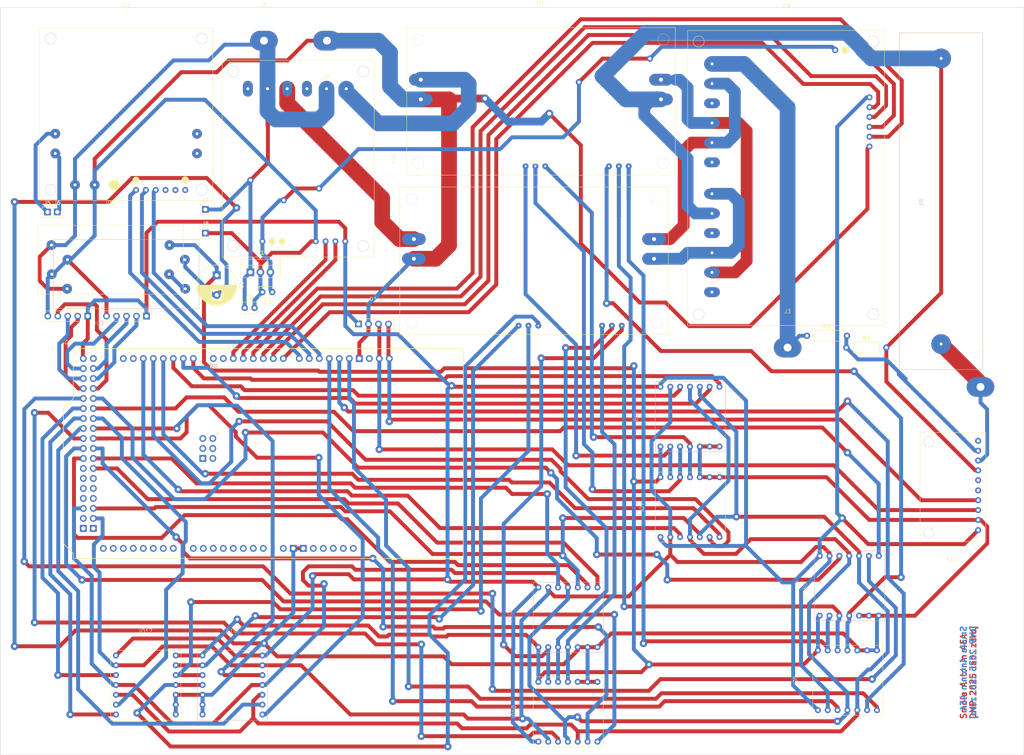
<source format=kicad_pcb>
(kicad_pcb (version 20221018) (generator pcbnew)
  (layers (0 "F.Cu" signal) (31 "B.Cu" signal) (34 "B.Paste" user) (35 "F.Paste" user) (36 "B.SilkS" user "B.Silkscreen") (37 "F.SilkS" user "F.Silkscreen") (38 "B.Mask" user) (39 "F.Mask" user) (44 "Edge.Cuts" user))
  (net 0 "")
  (net 3 "arduino 5v")
  (net 4 "MISO_SDO")
  (net 5 "MOSI_SDI")
  (net 6 "arduino sck")
  (net 9 "12V+")
  (net 29 "Arduino_rele_2x_1")
  (net 30 "Arduino_rele_2x_2")
  (net 31 "Arduino_rele_4x_1")
  (net 32 "Arduino_rele_4x_2")
  (net 33 "Arduino_rele_4x_3")
  (net 34 "Arduino_rele_4x_4")
  (net 35 "Arduino_EnA")
  (net 36 "Arduino_IN1")
  (net 37 "Arduino_IN2")
  (net 38 "arduino_CS_3")
  (net 39 "arduino_WLAT_3")
  (net 40 "arduino_SHDN_3")
  (net 41 "arduino_SHDN_2")
  (net 42 "arduino_WLAT_2")
  (net 43 "arduino_CS_2")
  (net 44 "arduino_SHDN_1")
  (net 45 "arduino_WLAT_1")
  (net 46 "arduino_CS_1")
  (net 49 "Net-(E1-S2)")
  (net 50 "Net-(E1-S1)")
  (net 51 "Net-(E1-KEY)")
  (net 52 "Net-(E2-S2)")
  (net 53 "Net-(E2-S1)")
  (net 54 "Net-(E2-KEY)")
  (net 55 "arduino_CS_4")
  (net 56 "arduino_WLAT_4")
  (net 57 "arduino_SHDN_4")
  (net 58 "arduino_CS_5")
  (net 59 "arduino_WLAT_5")
  (net 60 "arduino_SHDN_5")
  (net 61 "arduino_CS_6")
  (net 62 "arduino_WLAT_6")
  (net 63 "arduino_SHDN_6")
  (net 64 "arduino_CS_7")
  (net 65 "arduino_WLAT_7")
  (net 66 "arduino_SHDN_7")
  (net 67 "arduino_CS_8")
  (net 68 "arduino_WLAT_8")
  (net 69 "arduino_SHDN_8")
  (net 78 "arduino GND3")
  (net 88 "Arduino_SCL")
  (net 89 "Arduino_SDA")
  (net 91 "+30V digipot")
  (net 92 "Net-(IO14-A0)")
  (net 94 "Net-(IO1-OUT1)")
  (net 95 "GNDD")
  (net 96 "JD-VCC")
  (net 98 "Net-(IO1-OUT2)")
  (net 107 "Net-(IO2-GND_OUT)")
  (net 109 "Net-(M2-IN_DC_0-30V)")
  (net 111 "Net-(M1-IN_DC_0-30V)")
  (net 112 "Net-(IO5-P0B)")
  (net 113 "Net-(IO5-P0W)")
  (net 114 "Net-(IO5-P0A)")
  (net 115 "Net-(IO7-P0B)")
  (net 116 "Net-(IO7-P0W)")
  (net 117 "Net-(IO7-P0A)")
  (net 118 "Net-(M1-OUT_DC_0-30V)")
  (net 119 "Net-(M2-OUT_GNDD)")
  (net 120 "Net-(M2-OUT_DC_0-30V)")
  (net 121 "Net-(J3-Pin_1)")
  (net 122 "Net-(IO10-P0B)")
  (net 123 "Net-(IO10-P0W)")
  (net 124 "Net-(IO10-P0A)")
  (net 125 "Net-(IO12-P0B)")
  (net 126 "Net-(IO12-P0W)")
  (net 127 "Net-(IO12-P0A)")
  (net 130 "Net-(IO14-A1)")
  (net 131 "Net-(IO14-A2)")
  (footprint "SMOLA_DMP:H_mustek" (layer "F.Cu") (at 73.49615 30.57885)
    (fp_text reference "IO1")
    (fp_text value "H_mustek")
    (fp_circle (center -19.2 7.9) (end -17.8 7.9) (stroke (width 0.1)) (fill none) (layer "Edge.Cuts"))
    (fp_circle (center -19.2 46.3) (end -19.2 44.9) (stroke (width 0.1)) (fill none) (layer "Edge.Cuts"))
    (fp_circle (center 19.2 7.9) (end 19.2 9.3) (stroke (width 0.1)) (fill none) (layer "Edge.Cuts"))
    (fp_circle (center 19.2 46.3) (end 17.8 46.3) (stroke (width 0.1)) (fill none) (layer "Edge.Cuts"))
  )
  (footprint "SMOLA_DMP:CC_&_CV_modul" (layer "F.Cu") (at 176.97115 70.45385)
    (fp_text reference "M2")
    (fp_text value "~")
    (fp_circle (center -31 8.75) (end -31 7.325) (stroke (width 0.05)) (fill none) (layer "Edge.Cuts"))
    (fp_circle (center -31 40.25) (end -32.425 40.25) (stroke (width 0.05)) (fill none) (layer "Edge.Cuts"))
    (fp_circle (center 31.25 40.25) (end 31.25 41.675) (stroke (width 0.05)) (fill none) (layer "Edge.Cuts"))
  )
  (footprint "Connector_PinHeader_2.54mm:PinHeader_1x01_P2.54mm_Vertical" (layer "F.Cu") (at 55.99365 82.56205)
    (fp_text reference "J6")
    (fp_text value "FAN1-")
  )
  (footprint "SMOLA_DMP:conn" (layer "F.Cu") (at 124.49615 47.72885 180)
    (fp_text reference "J2")
    (fp_text value "GND")
  )
  (footprint "Capacitor_THT:C_Disc_D3.8mm_W2.6mm_P2.50mm" (layer "F.Cu") (at 110.59615 102.92885 180)
    (fp_text reference "C3")
    (fp_text value "0,01 µF")
  )
  (footprint "SMOLA_DMP:step_up_28V" (layer "F.Cu") (at 69.49615 80.77885)
    (fp_text reference "IO2")
    (fp_text value "step_up_28V")
  )
  (footprint "Connector_PinHeader_2.54mm:PinHeader_1x01_P2.54mm_Vertical" (layer "F.Cu") (at 53.49615 82.57885)
    (fp_text reference "J5")
    (fp_text value "FAN1+")
  )
  (footprint "SMOLA_DMP:enkoder" (layer "F.Cu") (at 58.66615 115.05885 180)
    (fp_text reference "E2")
    (fp_text value "enkoder I")
  )
  (footprint "SMOLA_DMP:rele_2x" (layer "F.Cu") (at 140.89615 69.02885 -90)
    (fp_text reference "IO4")
    (fp_text value "rele_2x")
    (fp_circle (center -22.2 7.2) (end -20.8 7.2) (stroke (width 0.1)) (fill none) (layer "Edge.Cuts"))
    (fp_circle (center -22.2 40.2) (end -20.8 40.2) (stroke (width 0.1)) (fill none) (layer "Edge.Cuts"))
    (fp_circle (center 22.2 7.2) (end 23.6 7.2) (stroke (width 0.1)) (fill none) (layer "Edge.Cuts"))
    (fp_circle (center 22.2 40.2) (end 23.6 40.2) (stroke (width 0.1)) (fill none) (layer "Edge.Cuts"))
  )
  (footprint "SMOLA_DMP:MCP41HV51" (layer "F.Cu") (at 243.49615 201.57885 90)
    (fp_text reference "IO5")
    (fp_text value "MCP41HV51-104E")
  )
  (footprint "SMOLA_DMP:conn" (layer "F.Cu") (at 108.49615 30.32885)
    (fp_text reference "J1")
    (fp_text value "+12v")
  )
  (footprint "SMOLA_DMP:conn" (layer "F.Cu") (at 241.49615 108.32885)
    (fp_text reference "J3")
    (fp_text value "out+ regulated")
  )
  (footprint "SMOLA_DMP:conn" (layer "F.Cu") (at 290.49615 118.32885)
    (fp_text reference "J4")
    (fp_text value "out-")
  )
  (footprint "Resistor_THT:R_Axial_DIN0207_L6.3mm_D2.5mm_P10.16mm_Horizontal" (layer "F.Cu") (at 256.41615 117.02885)
    (fp_text reference "R3")
    (fp_text value "17k8")
  )
  (footprint "SMOLA_DMP:CC_&_CV_modul" (layer "F.Cu") (at 178.73635 29.94265)
    (fp_text reference "M1")
    (fp_text value "~")
    (fp_circle (center -31 8.75) (end -31 7.325) (stroke (width 0.05)) (fill none) (layer "Edge.Cuts"))
    (fp_circle (center -31 40.25) (end -32.425 40.25) (stroke (width 0.05)) (fill none) (layer "Edge.Cuts"))
    (fp_circle (center 31.25 40.25) (end 31.25 41.675) (stroke (width 0.05)) (fill none) (layer "Edge.Cuts"))
  )
  (footprint "SMOLA_DMP:ADS1115" (layer "F.Cu") (at 283.49615 170.32885 180)
    (fp_text reference "IO14")
    (fp_text value "ADS1115_I2C")
    (fp_circle (center 6.2 6.2) (end 7.5 6.2) (stroke (width 0.1)) (fill none) (layer "Edge.Cuts"))
    (fp_circle (center 6.2 29.4) (end 7.5 29.4) (stroke (width 0.1)) (fill none) (layer "Edge.Cuts"))
  )
  (footprint "SMOLA_DMP:MCP41HV51" (layer "F.Cu") (at 203.49615 157.57885 90)
    (fp_text reference "IO7")
    (fp_text value "MCP41HV51-502E")
  )
  (footprint "Package_TO_SOT_THT:TO-220-3_Vertical" (layer "F.Cu") (at 105.05615 97.87385)
    (fp_text reference "U1")
    (fp_text value "L78S05CV")
  )
  (footprint "SMOLA_DMP:enkoder" (layer "F.Cu") (at 73.58615 115.05885 180)
    (fp_text reference "E1" hide)
    (fp_text value "enkoder U")
  )
  (footprint "SMOLA_DMP:MCP41HV51" (layer "F.Cu") (at 78.49615 189.57885)
    (fp_text reference "IO12")
    (fp_text value "MCP41HV51-502E")
  )
  (footprint "SMOLA_DMP:MCP41HV51" (layer "F.Cu") (at 172.49615 209.57885 90)
    (fp_text reference "IO10")
    (fp_text value "MCP41HV51-104E")
  )
  (footprint "Connector_PinHeader_2.54mm:PinHeader_1x01_P2.54mm_Vertical" (layer "F.Cu") (at 93.59615 87.92885)
    (fp_text reference "J8")
    (fp_text value "arduino in GNDD")
  )
  (footprint "SMOLA_DMP:rele_4x" (layer "F.Cu") (at 241.09615 30.72885)
    (fp_text reference "IO9")
    (fp_text value "rele_4x")
    (fp_circle (center -22.2 77.9) (end -20.8 77.9) (stroke (width 0.1)) (fill none) (layer "Edge.Cuts"))
    (fp_circle (center 22.2 8.5) (end 23.6 8.5) (stroke (width 0.1)) (fill none) (layer "Edge.Cuts"))
    (fp_circle (center 22.2 77.8) (end 23.6 77.8) (stroke (width 0.1)) (fill none) (layer "Edge.Cuts"))
  )
  (footprint "Connector_PinHeader_2.54mm:PinHeader_1x01_P2.54mm_Vertical" (layer "F.Cu") (at 93.59615 81.92885)
    (fp_text reference "J7")
    (fp_text value "arduino in 12v+")
  )
  (footprint "Capacitor_THT:CP_Radial_D10.0mm_P5.00mm" (layer "F.Cu") (at 96.49615 98.66115 -90)
    (fp_text reference "C1")
    (fp_text value "680uF/50V")
  )
  (footprint "SMOLA_DMP:display" (layer "F.Cu") (at 136.30615 105.19885)
    (fp_text reference "D1")
    (fp_text value "display")
  )
  (footprint "Resistor_THT:R_Axial_DIN0207_L6.3mm_D2.5mm_P10.16mm_Horizontal" (layer "F.Cu") (at 246.41615 114.02885)
    (fp_text reference "R2")
    (fp_text value "220k")
  )
  (footprint "Capacitor_THT:C_Disc_D3.8mm_W2.6mm_P2.50mm" (layer "F.Cu") (at 103.59615 106.92885)
    (fp_text reference "C2")
    (fp_text value "0,1 µF")
  )
  (footprint "SMOLA_DMP:arduino_mega" (layer "B.Cu") (at 109.48615 108.71065 180)
    (fp_text reference "A1" hide)
    (fp_text value "Arduino_Mega2560_R3_Shield" hide)
  )
  (footprint "SMOLA_DMP:step_up_28V" (layer "B.Cu") (at 73.49615 112.27885)
    (fp_text reference "IO3")
    (fp_text value "step_up_28V")
  )
  (footprint "SMOLA_DMP:MCP41HV51" (layer "B.Cu") (at 100.49615 189.57885 180)
    (fp_text reference "IO13")
    (fp_text value "MCP41HV51-502E")
  )
  (footprint "SMOLA_DMP:MCP41HV51" (layer "B.Cu") (at 203.49615 134.57885 -90)
    (fp_text reference "IO8")
    (fp_text value "MCP41HV51-502E")
  )
  (footprint "SMOLA_DMP:power_rezistor_100w_0.2R" (layer "B.Cu") (at 262.09615 79.92885 -90)
    (fp_text reference "R1")
    (fp_text value "0.2R")
  )
  (footprint "SMOLA_DMP:MCP41HV51" (layer "B.Cu") (at 243.94615 177.57885 -90)
    (fp_text reference "IO6")
    (fp_text value "MCP41HV51-104E")
  )
  (footprint "SMOLA_DMP:MCP41HV51" (layer "B.Cu") (at 172.49615 185.57885 -90)
    (fp_text reference "IO11")
    (fp_text value "MCP41HV51-104E")
  )
  (gr_rect (start 41.49615 30.57885) (end 301.49615 220.57885) (stroke (width 0.1)) (fill none) (layer "Edge.Cuts"))
  (gr_text "Smola Antonín 4EA\nDMP 2025 lab. zdroj\n" (at 289.49615 211.57885 90) (layer "F.Cu") (effects (font (size 1.5 1.5) (thickness 0.3) bold) (justify left bottom)))
  (gr_text "Smola Antonín 4EA\nDMP 2025 lab. zdroj\n" (at 289.49615 187.57885 90) (layer "B.Cu") (effects (font (size 1.5 1.5) (thickness 0.3) bold) (justify left bottom mirror)))
  (segment (start 78.65615 87.86885) (end 78.65615 109.02885) (width 1) (layer "F.Cu") (net 3))
  (segment (start 209.19615 126.97885) (end 156.39615 126.97885) (width 1) (layer "F.Cu") (net 3))
  (segment (start 75.20145 190.97385) (end 96.70915 190.97385) (width 1) (layer "F.Cu") (net 3))
  (segment (start 81.49615 85.02885) (end 78.65615 87.86885) (width 1) (layer "F.Cu") (net 3))
  (segment (start 129.14615 86.67885) (end 127.49615 85.02885) (width 1) (layer "F.Cu") (net 3))
  (segment (start 131.32915 175.94785) (end 155.12515 175.94785) (width 1) (layer "F.Cu") (net 3))
  (segment (start 70.89615 195.27885) (end 75.20145 190.97385) (width 1) (layer "F.Cu") (net 3))
  (segment (start 261.95375 166.97245) (end 261.37515 166.39385) (width 1) (layer "F.Cu") (net 3))
  (segment (start 62.49615 116.01785) (end 63.73615 114.77785) (width 1) (layer "F.Cu") (net 3))
  (segment (start 101.01415 195.27885) (end 108.09615 195.27885) (width 1) (layer "F.Cu") (net 3))
  (segment (start 286.35255 166.97245) (end 261.95375 166.97245) (width 1) (layer "F.Cu") (net 3))
  (segment (start 261.37515 166.39385) (end 255.35515 160.37385) (width 1) (layer "F.Cu") (net 3))
  (segment (start 155.71415 176.53585) (end 155.12515 175.94785) (width 1) (layer "F.Cu") (net 3))
  (segment (start 62.60615 119.80785) (end 62.49615 119.69785) (width 1) (layer "F.Cu") (net 3))
  (segment (start 62.49615 119.69785) (end 62.49615 116.01785) (width 1) (layer "F.Cu") (net 3))
  (segment (start 176.75315 176.53585) (end 155.71415 176.53585) (width 1) (layer "F.Cu") (net 3))
  (segment (start 63.73615 114.77785) (end 63.73615 109.02885) (width 1) (layer "F.Cu") (net 3))
  (segment (start 129.14615 90.02885) (end 129.14615 86.67885) (width 1) (layer "F.Cu") (net 3))
  (segment (start 289.89615 163.42885) (end 286.35255 166.97245) (width 1) (layer "F.Cu") (net 3))
  (segment (start 130.00615 174.62485) (end 131.32915 175.94785) (width 1) (layer "F.Cu") (net 3))
  (segment (start 178.19615 177.97885) (end 176.75315 176.53585) (width 1) (layer "F.Cu") (net 3))
  (segment (start 121.29615 174.62485) (end 130.00615 174.62485) (width 1) (layer "F.Cu") (net 3))
  (segment (start 120.84615 175.07485) (end 121.29615 174.62485) (width 1) (layer "F.Cu") (net 3))
  (segment (start 156.39615 126.97885) (end 156.15215 126.73485) (width 1) (layer "F.Cu") (net 3))
  (segment (start 127.49615 85.02885) (end 81.49615 85.02885) (width 1) (layer "F.Cu") (net 3))
  (segment (start 96.70915 190.97385) (end 101.01415 195.27885) (width 1) (layer "F.Cu") (net 3))
  (via (at 255.35515 160.37385) (size 1.9) (drill 0.8) (layers "F.Cu" "B.Cu") (net 3))
  (via (at 120.84615 175.07485) (size 1.9) (drill 0.8) (layers "F.Cu" "B.Cu") (net 3))
  (via (at 155.12515 175.94785) (size 1.9) (drill 0.8) (layers "F.Cu" "B.Cu") (net 3))
  (via (at 156.15215 126.73485) (size 1.9) (drill 0.8) (layers "F.Cu" "B.Cu") (net 3))
  (segment (start 76.50615 105.02885) (end 78.65615 107.17885) (width 1) (layer "B.Cu") (net 3))
  (segment (start 63.73615 106.86885) (end 65.57615 105.02885) (width 1) (layer "B.Cu") (net 3))
  (segment (start 262.29615 53.42885) (end 261.57315 53.42885) (width 1) (layer "B.Cu") (net 3))
  (segment (start 171.70215 212.33585) (end 176.54515 217.17885) (width 1) (layer "B.Cu") (net 3))
  (segment (start 155.78815 126.88685) (end 155.12715 127.54885) (width 1) (layer "B.Cu") (net 3))
  (segment (start 78.65615 107.17885) (end 78.65615 109.02885) (width 1) (layer "B.Cu") (net 3))
  (segment (start 242.91215 176.71285) (end 240.21515 176.71285) (width 1) (layer "B.Cu") (net 3))
  (segment (start 171.83015 193.55485) (end 171.70215 193.68385) (width 1) (layer "B.Cu") (net 3))
  (segment (start 129.14615 107.67885) (end 132.49615 111.02885) (width 1) (layer "B.Cu") (net 3))
  (segment (start 120.84615 175.07485) (end 120.84615 183.36485) (width 1) (layer "B.Cu") (net 3))
  (segment (start 209.19615 165.17885) (end 209.19615 165.88885) (width 1) (layer "B.Cu") (net 3))
  (segment (start 156.15215 126.73485) (end 155.94115 126.73485) (width 1) (layer "B.Cu") (net 3))
  (segment (start 249.19615 209.17885) (end 242.91215 202.89485) (width 1) (layer "B.Cu") (net 3))
  (segment (start 129.14615 111.53585) (end 131.24015 113.62985) (width 1) (layer "B.Cu") (net 3))
  (segment (start 155.94115 126.73485) (end 155.78815 126.88685) (width 1) (layer "B.Cu") (net 3))
  (segment (start 240.21515 176.71285) (end 230.94615 167.44485) (width 1) (layer "B.Cu") (net 3))
  (segment (start 225.11615 124.68385) (end 210.78515 124.68385) (width 1) (layer "B.Cu") (net 3))
  (segment (start 254.08015 60.92165) (end 254.08015 159.09785) (width 1) (layer "B.Cu") (net 3))
  (segment (start 210.75315 167.44485) (end 230.94615 167.44485) (width 1) (layer "B.Cu") (net 3))
  (segment (start 120.84615 183.36485) (end 108.93215 195.27885) (width 1) (layer "B.Cu") (net 3))
  (segment (start 261.57315 53.42885) (end 254.08015 60.92165) (width 1) (layer "B.Cu") (net 3))
  (segment (start 171.70215 193.68385) (end 171.70215 212.33585) (width 1) (layer "B.Cu") (net 3))
  (segment (start 108.93215 195.27885) (end 108.09615 195.27885) (width 1) (layer "B.Cu") (net 3))
  (segment (start 242.91215 176.71285) (end 249.64615 169.97885) (width 1) (layer "B.Cu") (net 3))
  (segment (start 230.94615 130.51385) (end 225.11615 124.68385) (width 1) (layer "B.Cu") (net 3))
  (segment (start 209.19615 126.27285) (end 209.19615 126.97885) (width 1) (layer "B.Cu") (net 3))
  (segment (start 242.91215 202.89485) (end 242.91215 176.71285) (width 1) (layer "B.Cu") (net 3))
  (segment (start 171.83015 184.34485) (end 171.83015 193.55485) (width 1) (layer "B.Cu") (net 3))
  (segment (start 210.78515 124.68385) (end 209.19615 126.27285) (width 1) (layer "B.Cu") (net 3))
  (segment (start 155.12715 175.94585) (end 155.12515 175.94785) (width 1) (layer "B.Cu") (net 3))
  (segment (start 254.08015 159.09785) (end 255.35515 160.37385) (width 1) (layer "B.Cu") (net 3))
  (segment (start 129.14615 90.02885) (end 129.14615 107.67885) (width 1) (layer "B.Cu") (net 3))
  (segment (start 178.19615 177.97885) (end 171.83015 184.34485) (width 1) (layer "B.Cu") (net 3))
  (segment (start 155.12715 127.54885) (end 155.12715 175.94585) (width 1) (layer "B.Cu") (net 3))
  (segment (start 249.64615 166.08285) (end 249.64615 169.97885) (width 1) (layer "B.Cu") (net 3))
  (segment (start 209.19615 165.88885) (end 210.75315 167.44485) (width 1) (layer "B.Cu") (net 3))
  (segment (start 129.14615 107.67885) (end 129.14615 111.53585) (width 1) (layer "B.Cu") (net 3))
  (segment (start 65.57615 105.02885) (end 76.50615 105.02885) (width 1) (layer "B.Cu") (net 3))
  (segment (start 142.53115 113.62985) (end 155.78815 126.88685) (width 1) (layer "B.Cu") (net 3))
  (segment (start 176.54515 217.17885) (end 178.19615 217.17885) (width 1) (layer "B.Cu") (net 3))
  (segment (start 255.35515 160.37385) (end 249.64615 166.08285) (width 1) (layer "B.Cu") (net 3))
  (segment (start 131.24015 113.62985) (end 142.53115 113.62985) (width 1) (layer "B.Cu") (net 3))
  (segment (start 63.73615 109.02885) (end 63.73615 106.86885) (width 1) (layer "B.Cu") (net 3))
  (segment (start 230.94615 167.44485) (end 230.94615 130.51385) (width 1) (layer "B.Cu") (net 3))
  (segment (start 105.76415 211.22385) (end 102.38615 214.60085) (width 1) (layer "F.Cu") (net 4))
  (segment (start 102.38615 214.60085) (end 84.34415 214.60085) (width 1) (layer "F.Cu") (net 4))
  (segment (start 84.34415 214.60085) (end 78.71815 208.97485) (width 1) (layer "F.Cu") (net 4))
  (segment (start 215.12615 160.34285) (end 184.38515 160.34285) (width 1) (layer "F.Cu") (net 4))
  (segment (start 80.98015 157.54785) (end 128.04615 157.54785) (width 1) (layer "F.Cu") (net 4))
  (segment (start 255.06515 214.55785) (end 259.19615 210.42685) (width 1) (layer "F.Cu") (net 4))
  (segment (start 129.14415 158.64585) (end 140.47615 158.64585) (width 1) (layer "F.Cu") (net 4))
  (segment (start 151.32215 169.49185) (end 184.00215 169.49185) (width 1) (layer "F.Cu") (net 4))
  (segment (start 188.19615 214.55785) (end 255.06515 214.55785) (width 1) (layer "F.Cu") (net 4))
  (segment (start 140.47615 158.64585) (end 151.32215 169.49185) (width 1) (layer "F.Cu") (net 4))
  (segment (start 188.19615 214.55785) (end 186.48515 212.84685) (width 1) (layer "F.Cu") (net 4))
  (segment (start 219.19615 165.17885) (end 219.19615 164.41285) (width 1) (layer "F.Cu") (net 4))
  (segment (start 158.77815 213.79185) (end 157.55415 212.56785) (width 1) (layer "F.Cu") (net 4))
  (segment (start 75.11055 205.27885) (end 70.89615 205.27885) (width 1) (layer "F.Cu") (net 4))
  (segment (start 78.71815 208.97485) (end 78.71815 208.88685) (width 1) (layer "F.Cu") (net 4))
  (segment (start 80.62115 157.90785) (end 80.98015 157.54785) (width 1) (layer "F.Cu") (net 4))
  (segment (start 65.14615 157.90785) (end 80.62115 157.90785) (width 1) (layer "F.Cu") (net 4))
  (segment (start 184.00215 169.49185) (end 184.38515 169.87485) (width 1) (layer "F.Cu") (net 4))
  (segment (start 105.76415 211.22385) (end 105.76415 206.86985) (width 1) (layer "F.Cu") (net 4))
  (segment (start 188.19615 217.17885) (end 188.19615 214.55785) (width 1) (layer "F.Cu") (net 4))
  (segment (start 259.19615 210.42685) (end 259.19615 209.17885) (width 1) (layer "F.Cu") (net 4))
  (segment (start 259.64615 168.87785) (end 250.78715 160.01885) (width 1) (layer "F.Cu") (net 4))
  (segment (start 107.10815 212.56785) (end 105.76415 211.22385) (width 1) (layer "F.Cu") (net 4))
  (segment (start 219.19615 164.41285) (end 215.12615 160.34285) (width 1) (layer "F.Cu") (net 4))
  (segment (start 157.55415 212.56785) (end 107.10815 212.56785) (width 1) (layer "F.Cu") (net 4))
  (segment (start 250.78715 160.01885) (end 228.48415 160.01885) (width 1) (layer "F.Cu") (net 4))
  (segment (start 259.64615 169.97885) (end 259.64615 168.87785) (width 1) (layer "F.Cu") (net 4))
  (segment (start 107.35515 205.27885) (end 108.09615 205.27885) (width 1) (layer "F.Cu") (net 4))
  (segment (start 176.13515 212.84685) (end 175.19015 213.79185) (width 1) (layer "F.Cu") (net 4))
  (segment (start 105.76415 206.86985) (end 107.35515 205.27885) (width 1) (layer "F.Cu") (net 4))
  (segment (start 128.04615 157.54785) (end 129.14415 158.64585) (width 1) (layer "F.Cu") (net 4))
  (segment (start 78.71815 208.88685) (end 75.11055 205.27885) (width 1) (layer "F.Cu") (net 4))
  (segment (start 186.48515 212.84685) (end 176.13515 212.84685) (width 1) (layer "F.Cu") (net 4))
  (segment (start 175.19015 213.79185) (end 158.77815 213.79185) (width 1) (layer "F.Cu") (net 4))
  (via (at 184.38515 160.34285) (size 1.9) (drill 0.8) (layers "F.Cu" "B.Cu") (net 4))
  (via (at 228.48415 160.01885) (size 1.9) (drill 0.8) (layers "F.Cu" "B.Cu") (net 4))
  (via (at 184.38515 169.87485) (size 1.9) (drill 0.8) (layers "F.Cu" "B.Cu") (net 4))
  (segment (start 219.19615 164.39885) (end 223.57615 160.01885) (width 1) (layer "B.Cu") (net 4))
  (segment (start 228.48415 138.39585) (end 228.48415 160.01885) (width 1) (layer "B.Cu") (net 4))
  (segment (start 219.19615 126.97885) (end 219.19615 129.10685) (width 1) (layer "B.Cu") (net 4))
  (segment (start 259.64615 169.97885) (end 259.64615 176.76085) (width 1) (layer "B.Cu") (net 4))
  (segment (start 188.19615 173.68585) (end 184.38515 169.87485) (width 1) (layer "B.Cu") (net 4))
  (segment (start 188.19615 177.97885) (end 188.19615 173.68585) (width 1) (layer "B.Cu") (net 4))
  (segment (start 266.94015 194.44485) (end 262.53915 198.84485) (width 1) (layer "B.Cu") (net 4))
  (segment (start 261.94015 198.84485) (end 259.19615 201.58885) (width 1) (layer "B.Cu") (net 4))
  (segment (start 219.19615 165.17885) (end 219.19615 164.39885) (width 1) (layer "B.Cu") (net 4))
  (segment (start 184.38515 169.87485) (end 184.38515 160.34285) (width 1) (layer "B.Cu") (net 4))
  (segment (start 266.94015 184.05385) (end 266.94015 194.44485) (width 1) (layer "B.Cu") (net 4))
  (segment (start 259.64615 176.76085) (end 266.94015 184.05385) (width 1) (layer "B.Cu") (net 4))
  (segment (start 259.19615 201.58885) (end 259.19615 209.17885) (width 1) (layer "B.Cu") (net 4))
  (segment (start 223.57615 160.01885) (end 228.48415 160.01885) (width 1) (layer "B.Cu") (net 4))
  (segment (start 262.53915 198.84485) (end 261.94015 198.84485) (width 1) (layer "B.Cu") (net 4))
  (segment (start 219.19615 129.10685) (end 228.48415 138.39585) (width 1) (layer "B.Cu") (net 4))
  (segment (start 182.75215 174.32785) (end 185.69615 177.27185) (width 1) (layer "F.Cu") (net 5))
  (segment (start 257.14615 169.26085) (end 257.14615 169.97885) (width 1) (layer "F.Cu") (net 5))
  (segment (start 80.72015 208.05685) (end 75.44165 202.77885) (width 1) (layer "F.Cu") (net 5))
  (segment (start 95.61415 212.55785) (end 85.17115 212.55785) (width 1) (layer "F.Cu") (net 5))
  (segment (start 216.69615 165.17885) (end 216.69615 165.91885) (width 1) (layer "F.Cu") (net 5))
  (segment (start 189.17615 211.99985) (end 188.11915 210.94285) (width 1) (layer "F.Cu") (net 5))
  (segment (start 228.37515 169.46285) (end 232.12515 165.71285) (width 1) (layer "F.Cu") (net 5))
  (segment (start 216.69615 165.91885) (end 220.23915 169.46285) (width 1) (layer "F.Cu") (net 5))
  (segment (start 130.83515 172.62285) (end 131.70815 173.49585) (width 1) (layer "F.Cu") (net 5))
  (segment (start 118.39515 174.05885) (end 119.83115 172.62285) (width 1) (layer "F.Cu") (net 5))
  (segment (start 131.70815 173.49585) (end 156.14215 173.49585) (width 1) (layer "F.Cu") (net 5))
  (segment (start 80.72015 208.10685) (end 80.72015 208.05685) (width 1) (layer "F.Cu") (net 5))
  (segment (start 220.23915 169.46285) (end 228.37515 169.46285) (width 1) (layer "F.Cu") (net 5))
  (segment (start 123.74815 177.07685) (end 123.29815 177.52685) (width 1) (layer "F.Cu") (net 5))
  (segment (start 123.29815 177.52685) (end 119.80315 177.52685) (width 1) (layer "F.Cu") (net 5))
  (segment (start 85.17115 212.55785) (end 80.72015 208.10685) (width 1) (layer "F.Cu") (net 5))
  (segment (start 156.97515 174.32785) (end 182.75215 174.32785) (width 1) (layer "F.Cu") (net 5))
  (segment (start 185.69615 177.27185) (end 185.69615 177.97885) (width 1) (layer "F.Cu") (net 5))
  (segment (start 232.12515 165.71285) (end 253.59815 165.71285) (width 1) (layer "F.Cu") (net 5))
  (segment (start 75.44165 202.77885) (end 70.89615 202.77885) (width 1) (layer "F.Cu") (net 5))
  (segment (start 108.09615 202.77885) (end 105.39315 202.77885) (width 1) (layer "F.Cu") (net 5))
  (segment (start 118.39515 176.11785) (end 118.39515 174.05885) (width 1) (layer "F.Cu") (net 5))
  (segment (start 156.14215 173.49585) (end 156.97515 174.32785) (width 1) (layer "F.Cu") (net 5))
  (segment (start 253.59815 165.71285) (end 257.14615 169.26085) (width 1) (layer "F.Cu") (net 5))
  (segment (start 105.39315 202.77885) (end 95.61415 212.55785) (width 1) (layer "F.Cu") (net 5))
  (segment (start 119.80315 177.52685) (end 118.39515 176.11785) (width 1) (layer "F.Cu") (net 5))
  (segment (start 119.83115 172.62285) (end 130.83515 172.62285) (width 1) (layer "F.Cu") (net 5))
  (segment (start 254.15015 211.99985) (end 189.17615 211.99985) (width 1) (layer "F.Cu") (net 5))
  (via (at 123.74815 177.07685) (size 1.9) (drill 0.8) (layers "F.Cu" "B.Cu") (net 5))
  (via (at 254.15015 211.99985) (size 1.9) (drill 0.8) (layers "F.Cu" "B.Cu") (net 5))
  (via (at 188.11915 210.94285) (size 1.9) (drill 0.8) (layers "F.Cu" "B.Cu") (net 5))
  (segment (start 175.91715 190.73685) (end 185.69615 180.95685) (width 1) (layer "B.Cu") (net 5))
  (segment (start 256.69615 204.75285) (end 246.93215 194.98885) (width 1) (layer "B.Cu") (net 5))
  (segment (start 185.69615 180.95685) (end 185.69615 177.97885) (width 1) (layer "B.Cu") (net 5))
  (segment (start 64.74195 175.06885) (end 60.24065 170.56785) (width 1) (layer "B.Cu") (net 5))
  (segment (start 108.88015 202.77885) (end 108.09615 202.77885) (width 1) (layer "B.Cu") (net 5))
  (segment (start 257.14615 171.98485) (end 257.14615 169.97885) (width 1) (layer "B.Cu") (net 5))
  (segment (start 216.69615 160.68785) (end 216.69615 165.17885) (width 1) (layer "B.Cu") (net 5))
  (segment (start 226.48215 150.90185) (end 216.69615 160.68785) (width 1) (layer "B.Cu") (net 5))
  (segment (start 123.74815 177.07685) (end 123.74815 187.90985) (width 1) (layer "B.Cu") (net 5))
  (segment (start 64.74195 197.37085) (end 64.74195 175.06885) (width 1) (layer "B.Cu") (net 5))
  (segment (start 246.93215 194.98885) (end 246.93215 182.19885) (width 1) (layer "B.Cu") (net 5))
  (segment (start 184.94015 215.67485) (end 184.94015 211.97985) (width 1) (layer "B.Cu") (net 5))
  (segment (start 70.15045 202.77885) (end 64.74195 197.37085) (width 1) (layer "B.Cu") (net 5))
  (segment (start 184.94015 211.97985) (end 185.97615 210.94285) (width 1) (layer "B.Cu") (net 5))
  (segment (start 60.24065 157.90785) (end 62.60615 157.90785) (width 1) (layer "B.Cu") (net 5))
  (segment (start 185.69615 217.17885) (end 185.69615 216.43085) (width 1) (layer "B.Cu") (net 5))
  (segment (start 70.89615 202.77885) (end 70.15045 202.77885) (width 1) (layer "B.Cu") (net 5))
  (segment (start 256.69615 209.92085) (end 254.61715 211.99985) (width 1) (layer "B.Cu") (net 5))
  (segment (start 216.69615 126.97885) (end 216.69615 130.31285) (width 1) (layer "B.Cu") (net 5))
  (segment (start 184.94015 211.97985) (end 175.91715 202.95685) (width 1) (layer "B.Cu") (net 5))
  (segment (start 256.69615 209.17885) (end 256.69615 209.92085) (width 1) (layer "B.Cu") (net 5))
  (segment (start 226.48215 140.09985) (end 226.48215 150.90185) (width 1) (layer "B.Cu") (net 5))
  (segment (start 175.91715 202.95685) (end 175.91715 190.73685) (width 1) (layer "B.Cu") (net 5))
  (segment (start 256.69615 209.17885) (end 256.69615 204.75285) (width 1) (layer "B.Cu") (net 5))
  (segment (start 246.93215 182.19885) (end 257.14615 171.98485) (width 1) (layer "B.Cu") (net 5))
  (segment (start 216.69615 130.31285) (end 226.48215 140.09985) (width 1) (layer "B.Cu") (net 5))
  (segment (start 185.97615 210.94285) (end 188.11915 210.94285) (width 1) (layer "B.Cu") (net 5))
  (segment (start 60.24065 170.56785) (end 60.24065 157.90785) (width 1) (layer "B.Cu") (net 5))
  (segment (start 254.61715 211.99985) (end 254.15015 211.99985) (width 1) (layer "B.Cu") (net 5))
  (segment (start 123.74815 187.90985) (end 108.88015 202.77885) (width 1) (layer "B.Cu") (net 5))
  (segment (start 185.69615 216.43085) (end 184.94015 215.67485) (width 1) (layer "B.Cu") (net 5))
  (segment (start 211.69615 169.68985) (end 213.52715 171.52085) (width 1) (layer "F.Cu") (net 6))
  (segment (start 77.97815 197.77885) (end 82.76215 192.99485) (width 1) (layer "F.Cu") (net 6))
  (segment (start 100.07415 197.77885) (end 108.09615 197.77885) (width 1) (layer "F.Cu") (net 6))
  (segment (start 201.11115 180.27485) (end 211.69615 169.68985) (width 1) (layer "F.Cu") (net 6))
  (segment (start 95.29015 192.99485) (end 100.07415 197.77885) (width 1) (layer "F.Cu") (net 6))
  (segment (start 180.69615 177.97885) (end 180.69615 178.68585) (width 1) (layer "F.Cu") (net 6))
  (segment (start 160.28615 211.34085) (end 159.21115 210.26585) (width 1) (layer "F.Cu") (net 6))
  (segment (start 130.41415 210.26585) (end 117.92715 197.77885) (width 1) (layer "F.Cu") (net 6))
  (segment (start 244.90315 171.52085) (end 248.70815 167.71485) (width 1) (layer "F.Cu") (net 6))
  (segment (start 248.70815 167.71485) (end 250.58415 167.71485) (width 1) (layer "F.Cu") (net 6))
  (segment (start 174.17415 211.34085) (end 160.28615 211.34085) (width 1) (layer "F.Cu") (net 6))
  (segment (start 117.92715 197.77885) (end 108.09615 197.77885) (width 1) (layer "F.Cu") (net 6))
  (segment (start 82.76215 192.99485) (end 95.29015 192.99485) (width 1) (layer "F.Cu") (net 6))
  (segment (start 250.58415 167.71485) (end 252.14615 169.27685) (width 1) (layer "F.Cu") (net 6))
  (segment (start 213.52715 171.52085) (end 244.90315 171.52085) (width 1) (layer "F.Cu") (net 6))
  (segment (start 211.69615 169.68985) (end 211.69615 165.17885) (width 1) (layer "F.Cu") (net 6))
  (segment (start 182.28515 180.27485) (end 201.11115 180.27485) (width 1) (layer "F.Cu") (net 6))
  (segment (start 159.21115 210.26585) (end 130.41415 210.26585) (width 1) (layer "F.Cu") (net 6))
  (segment (start 180.69615 178.68585) (end 182.28515 180.27485) (width 1) (layer "F.Cu") (net 6))
  (segment (start 252.14615 169.27685) (end 252.14615 169.97885) (width 1) (layer "F.Cu") (net 6))
  (segment (start 70.89615 197.77885) (end 77.97815 197.77885) (width 1) (layer "F.Cu") (net 6))
  (via (at 174.17415 211.34085) (size 1.9) (drill 0.8) (layers "F.Cu" "B.Cu") (net 6))
  (segment (start 65.29285 172.78885) (end 65.29285 167.05485) (width 1) (layer "B.Cu") (net 6))
  (segment (start 67.51165 160.44785) (end 65.14615 160.44785) (width 1) (layer "B.Cu") (net 6))
  (segment (start 211.69615 165.17885) (end 211.69615 158.09485) (width 1) (layer "B.Cu") (net 6))
  (segment (start 206.93015 153.32885) (end 206.93015 140.80385) (width 1) (layer "B.Cu") (net 6))
  (segment (start 206.93015 140.80385) (end 211.69615 136.03785) (width 1) (layer "B.Cu") (net 6))
  (segment (start 173.88815 211.05385) (end 174.17415 211.34085) (width 1) (layer "B.Cu") (net 6))
  (segment (start 175.57015 211.34085) (end 180.69615 216.46585) (width 1) (layer "B.Cu") (net 6))
  (segment (start 65.29285 167.05485) (end 67.51165 164.83685) (width 1) (layer "B.Cu") (net 6))
  (segment (start 180.69615 177.97885) (end 180.69615 179.63485) (width 1) (layer "B.Cu") (net 6))
  (segment (start 244.91315 178.71685) (end 252.14615 171.48385) (width 1) (layer "B.Cu") (net 6))
  (segment (start 180.69615 179.63485) (end 173.88815 186.44285) (width 1) (layer "B.Cu") (net 6))
  (segment (start 70.89615 197.77885) (end 70.15995 197.77885) (width 1) (layer "B.Cu") (net 6))
  (segment (start 244.91315 197.74785) (end 244.91315 178.71685) (width 1) (layer "B.Cu") (net 6))
  (segment (start 251.69615 204.53085) (end 244.91315 197.74785) (width 1) (layer "B.Cu") (net 6))
  (segment (start 67.51165 164.83685) (end 67.51165 160.44785) (width 1) (layer "B.Cu") (net 6))
  (segment (start 180.69615 216.46585) (end 180.69615 217.17885) (width 1) (layer "B.Cu") (net 6))
  (segment (start 252.14615 171.48385) (end 252.14615 169.97885) (width 1) (layer "B.Cu") (net 6))
  (segment (start 174.17415 211.34085) (end 175.57015 211.34085) (width 1) (layer "B.Cu") (net 6))
  (segment (start 211.69615 158.09485) (end 206.93015 153.32885) (width 1) (layer "B.Cu") (net 6))
  (segment (start 251.69615 209.17885) (end 251.69615 204.53085) (width 1) (layer "B.Cu") (net 6))
  (segment (start 70.15995 197.77885) (end 66.74385 194.36285) (width 1) (layer "B.Cu") (net 6))
  (segment (start 66.74385 194.36285) (end 66.74385 174.23985) (width 1) (layer "B.Cu") (net 6))
  (segment (start 66.74385 174.23985) (end 65.29285 172.78885) (width 1) (layer "B.Cu") (net 6))
  (segment (start 211.69615 136.03785) (end 211.69615 126.97885) (width 1) (layer "B.Cu") (net 6))
  (segment (start 173.88815 186.44285) (end 173.88815 211.05385) (width 1) (layer "B.Cu") (net 6))
  (segment (start 58.49615 102.07885) (end 53.54615 102.07885) (width 1) (layer "F.Cu") (net 9))
  (segment (start 51.49615 100.02885) (end 51.49615 93.97885) (width 1) (layer "F.Cu") (net 9))
  (segment (start 109.49615 60.57885) (end 109.39615 60.47885) (width 1) (layer "F.Cu") (net 9))
  (segment (start 109.39615 60.47885) (end 109.39615 51.22885) (width 1) (layer "F.Cu") (net 9))
  (segment (start 109.49615 70.02885) (end 109.49615 60.57885) (width 1) (layer "F.Cu") (net 9))
  (segment (start 109.49615 60.57885) (end 109.49615 51.12885) (width 1) (layer "F.Cu") (net 9))
  (segment (start 53.54615 102.07885) (end 51.49615 100.02885) (width 1) (layer "F.Cu") (net 9))
  (segment (start 51.49615 93.97885) (end 54.49615 90.97885) (width 1) (layer "F.Cu") (net 9))
  (segment (start 105.05615 74.46885) (end 109.49615 70.02885) (width 1) (layer "F.Cu") (net 9))
  (via (at 105.05615 74.46885) (size 1.6) (drill 0.8) (layers "F.Cu" "B.Cu") (net 9))
  (segment (start 94.49615 44.02885) (end 98.49615 40.02885) (width 1) (layer "B.Cu") (net 9))
  (segment (start 60.49615 75.67885) (end 60.49615 69.02885) (width 1) (layer "B.Cu") (net 9))
  (segment (start 54.49615 90.97885) (end 58.09615 90.97885) (width 1) (layer "B.Cu") (net 9))
  (segment (start 109.39615 39.92885) (end 108.49615 39.02885) (width 4) (layer "B.Cu") (net 9))
  (segment (start 60.49615 88.57885) (end 60.49615 75.67885) (width 1) (layer "B.Cu") (net 9))
  (segment (start 97.59615 81.92885) (end 105.05615 74.46885) (width 1) (layer "B.Cu") (net 9))
  (segment (start 111.49615 59.02885) (end 122.49615 59.02885) (width 4) (layer "B.Cu") (net 9))
  (segment (start 122.49615 59.02885) (end 124.39615 57.12885) (width 4) (layer "B.Cu") (net 9))
  (segment (start 60.49615 69.02885) (end 85.49615 44.02885) (width 1) (layer "B.Cu") (net 9))
  (segment (start 103.59615 99.33385) (end 105.05615 97.87385) (width 1) (layer "B.Cu") (net 9))
  (segment (start 109.39615 51.22885) (end 109.39615 56.92885) (width 4) (layer "B.Cu") (net 9))
  (segment (start 103.59615 106.92885) (end 103.59615 99.33385) (width 1) (layer "B.Cu") (net 9))
  (segment (start 109.39615 56.92885) (end 111.49615 59.02885) (width 4) (layer "B.Cu") (net 9))
  (segment (start 58.09615 90.97885) (end 60.49615 88.57885) (width 1) (layer "B.Cu") (net 9))
  (segment (start 93.59615 81.92885) (end 97.59615 81.92885) (width 1) (layer "B.Cu") (net 9))
  (segment (start 124.39615 57.12885) (end 124.39615 51.22885) (width 4) (layer "B.Cu") (net 9))
  (segment (start 107.49615 40.02885) (end 108.49615 39.02885) (width 1) (layer "B.Cu") (net 9))
  (segment (start 98.49615 40.02885) (end 107.49615 40.02885) (width 1) (layer "B.Cu") (net 9))
  (segment (start 109.39615 51.22885) (end 109.39615 39.92885) (width 4) (layer "B.Cu") (net 9))
  (segment (start 85.49615 44.02885) (end 94.49615 44.02885) (width 1) (layer "B.Cu") (net 9))
  (segment (start 105.05615 97.87385) (end 105.05615 74.46885) (width 1) (layer "B.Cu") (net 9))
  (segment (start 100.70615 118.162266) (end 100.70615 119.80785) (width 1) (layer "F.Cu") (net 29))
  (segment (start 124.14615 94.722266) (end 100.70615 118.162266) (width 1) (layer "F.Cu") (net 29))
  (segment (start 124.14615 90.02885) (end 124.14615 94.722266) (width 1) (layer "F.Cu") (net 29))
  (segment (start 126.64615 94.76785) (end 103.24615 118.16785) (width 1) (layer "F.Cu") (net 30))
  (segment (start 126.64615 90.02885) (end 126.64615 94.76785) (width 1) (layer "F.Cu") (net 30))
  (segment (start 103.24615 118.16785) (end 103.24615 119.80785) (width 1) (layer "F.Cu") (net 30))
  (segment (start 270.49615 49.12365) (end 270.49615 60.02885) (width 1) (layer "F.Cu") (net 31))
  (segment (start 122.04615 102.02885) (end 157.49615 102.02885) (width 1) (layer "F.Cu") (net 31))
  (segment (start 161.49615 98.02885) (end 161.49615 61.02885) (width 1) (layer "F.Cu") (net 31))
  (segment (start 188.94615 33.57885) (end 254.95135 33.57885) (width 1) (layer "F.Cu") (net 31))
  (segment (start 161.49615 61.02885) (end 188.94615 33.57885) (width 1) (layer "F.Cu") (net 31))
  (segment (start 254.95135 33.57885) (end 270.49615 49.12365) (width 1) (layer "F.Cu") (net 31))
  (segment (start 105.78615 118.28885) (end 122.04615 102.02885) (width 1) (layer "F.Cu") (net 31))
  (segment (start 157.49615 102.02885) (end 161.49615 98.02885) (width 1) (layer "F.Cu") (net 31))
  (segment (start 270.49615 60.02885) (end 267.09615 63.42885) (width 1) (layer "F.Cu") (net 31))
  (segment (start 267.09615 63.42885) (end 262.29615 63.42885) (width 1) (layer "F.Cu") (net 31))
  (segment (start 105.78615 119.80785) (end 105.78615 118.28885) (width 1) (layer "F.Cu") (net 31))
  (segment (start 265.59615 60.92885) (end 268.49615 58.02885) (width 1) (layer "F.Cu") (net 32))
  (segment (start 189.94615 35.57885) (end 163.49615 62.02885) (width 1) (layer "F.Cu") (net 32))
  (segment (start 254.04615 35.57885) (end 189.94615 35.57885) (width 1) (layer "F.Cu") (net 32))
  (segment (start 163.49615 99.02885) (end 158.49615 104.02885) (width 1) (layer "F.Cu") (net 32))
  (segment (start 158.49615 104.02885) (end 122.88415 104.02885) (width 1) (layer "F.Cu") (net 32))
  (segment (start 108.32615 118.58685) (end 108.32615 119.80785) (width 1) (layer "F.Cu") (net 32))
  (segment (start 268.49615 50.02885) (end 254.04615 35.57885) (width 1) (layer "F.Cu") (net 32))
  (segment (start 262.29615 60.92885) (end 265.59615 60.92885) (width 1) (layer "F.Cu") (net 32))
  (segment (start 268.49615 58.02885) (end 268.49615 50.02885) (width 1) (layer "F.Cu") (net 32))
  (segment (start 122.88415 104.02885) (end 108.32615 118.58685) (width 1) (layer "F.Cu") (net 32))
  (segment (start 163.49615 62.02885) (end 163.49615 99.02885) (width 1) (layer "F.Cu") (net 32))
  (segment (start 247.49615 48.02885) (end 237.04615 37.57885) (width 1) (layer "F.Cu") (net 33))
  (segment (start 165.49615 63.02885) (end 165.49615 100.02885) (width 1) (layer "F.Cu") (net 33))
  (segment (start 263.59615 58.42885) (end 266.49615 55.52885) (width 1) (layer "F.Cu") (net 33))
  (segment (start 159.49615 106.02885) (end 123.42415 106.02885) (width 1) (layer "F.Cu") (net 33))
  (segment (start 266.49615 55.52885) (end 266.49615 50.58955) (width 1) (layer "F.Cu") (net 33))
  (segment (start 123.42415 106.02885) (end 110.86615 118.58685) (width 1) (layer "F.Cu") (net 33))
  (segment (start 190.94615 37.57885) (end 165.49615 63.02885) (width 1) (layer "F.Cu") (net 33))
  (segment (start 266.49615 50.58955) (end 263.93515 48.02885) (width 1) (layer "F.Cu") (net 33))
  (segment (start 237.04615 37.57885) (end 190.94615 37.57885) (width 1) (layer "F.Cu") (net 33))
  (segment (start 263.93515 48.02885) (end 247.49615 48.02885) (width 1) (layer "F.Cu") (net 33))
  (segment (start 110.86615 118.58685) (end 110.86615 119.80785) (width 1) (layer "F.Cu") (net 33))
  (segment (start 165.49615 100.02885) (end 159.49615 106.02885) (width 1) (layer "F.Cu") (net 33))
  (segment (start 262.29615 58.42885) (end 263.59615 58.42885) (width 1) (layer "F.Cu") (net 33))
  (segment (start 160.49615 108.02885) (end 125.18515 108.02885) (width 1) (layer "F.Cu") (net 34))
  (segment (start 245.49615 50.02885) (end 235.04615 39.57885) (width 1) (layer "F.Cu") (net 34))
  (segment (start 262.49615 50.02885) (end 245.49615 50.02885) (width 1) (layer "F.Cu") (net 34))
  (segment (start 263.39615 55.92885) (end 263.49615 56.02885) (width 1) (layer "F.Cu") (net 34))
  (segment (start 264.49615 55.02885) (end 264.49615 52.02885) (width 1) (layer "F.Cu") (net 34))
  (segment (start 167.49615 64.02885) (end 167.49615 101.02885) (width 1) (layer "F.Cu") (net 34))
  (segment (start 263.49615 56.02885) (end 264.49615 55.02885) (width 1) (layer "F.Cu") (net 34))
  (segment (start 125.18515 108.02885) (end 113.40615 119.80785) (width 1) (layer "F.Cu") (net 34))
  (segment (start 191.94615 39.57885) (end 167.49615 64.02885) (width 1) (layer "F.Cu") (net 34))
  (segment (start 235.04615 39.57885) (end 191.94615 39.57885) (width 1) (layer "F.Cu") (net 34))
  (segment (start 262.29615 55.92885) (end 263.39615 55.92885) (width 1) (layer "F.Cu") (net 34))
  (segment (start 264.49615 52.02885) (end 262.49615 50.02885) (width 1) (layer "F.Cu") (net 34))
  (segment (start 167.49615 101.02885) (end 160.49615 108.02885) (width 1) (layer "F.Cu") (net 34))
  (segment (start 117.47015 119.00285) (end 114.04615 115.57885) (width 1) (layer "B.Cu") (net 35))
  (segment (start 74.49615 98.02885) (end 74.49615 78.47885) (width 1) (layer "B.Cu") (net 35))
  (segment (start 117.47015 119.80785) (end 117.47015 119.00285) (width 1) (layer "B.Cu") (net 35))
  (segment (start 114.04615 115.57885) (end 92.04615 115.57885) (width 1) (layer "B.Cu") (net 35))
  (segment (start 92.04615 115.57885) (end 74.49615 98.02885) (width 1) (layer "B.Cu") (net 35))
  (segment (start 74.49615 78.47885) (end 75.99615 76.97885) (width 1) (layer "B.Cu") (net 35))
  (segment (start 77.49615 98.02885) (end 77.49615 78.253538) (width 1) (layer "B.Cu") (net 36))
  (segment (start 78.49615 77.253538) (end 78.49615 76.97885) (width 1) (layer "B.Cu") (net 36))
  (segment (start 92.99615 113.52885) (end 77.49615 98.02885) (width 1) (layer "B.Cu") (net 36))
  (segment (start 77.49615 78.253538) (end 78.49615 77.253538) (width 1) (layer "B.Cu") (net 36))
  (segment (start 120.01015 118.58685) (end 114.95215 113.52885) (width 1) (layer "B.Cu") (net 36))
  (segment (start 120.01015 119.80785) (end 120.01015 118.58685) (width 1) (layer "B.Cu") (net 36))
  (segment (start 114.95215 113.52885) (end 92.99615 113.52885) (width 1) (layer "B.Cu") (net 36))
  (segment (start 80.99615 76.97885) (end 80.49615 77.47885) (width 1) (layer "B.Cu") (net 37))
  (segment (start 80.49615 77.47885) (end 80.49615 98.02885) (width 1) (layer "B.Cu") (net 37))
  (segment (start 80.49615 98.02885) (end 94.04615 111.57885) (width 1) (layer "B.Cu") (net 37))
  (segment (start 115.54215 111.57885) (end 122.55015 118.58685) (width 1) (layer "B.Cu") (net 37))
  (segment (start 122.55015 118.58685) (end 122.55015 119.80785) (width 1) (layer "B.Cu") (net 37))
  (segment (start 94.04615 111.57885) (end 115.54215 111.57885) (width 1) (layer "B.Cu") (net 37))
  (segment (start 161.20615 206.89285) (end 141.21415 206.89285) (width 1) (layer "F.Cu") (net 38))
  (segment (start 210.26615 206.89285) (end 208.87115 208.28785) (width 1) (layer "F.Cu") (net 38))
  (segment (start 162.60115 208.28785) (end 161.20615 206.89285) (width 1) (layer "F.Cu") (net 38))
  (segment (start 254.19615 209.17885) (end 254.19615 208.46885) (width 1) (layer "F.Cu") (net 38))
  (segment (start 254.19615 208.46885) (end 252.62015 206.89285) (width 1) (layer "F.Cu") (net 38))
  (segment (start 252.62015 206.89285) (end 210.26615 206.89285) (width 1) (layer "F.Cu") (net 38))
  (segment (start 208.87115 208.28785) (end 162.60115 208.28785) (width 1) (layer "F.Cu") (net 38))
  (via (at 141.21415 206.89285) (size 1.9) (drill 0.8) (layers "F.Cu" "B.Cu") (net 38))
  (segment (start 141.21415 171.88885) (end 137.49615 168.17085) (width 1) (layer "B.Cu") (net 38))
  (segment (start 141.21415 206.89285) (end 141.21415 171.88885) (width 1) (layer "B.Cu") (net 38))
  (segment (start 137.49615 168.17085) (end 137.49615 165.33885) (width 1) (layer "B.Cu") (net 38))
  (segment (start 137.49615 165.33885) (end 125.09015 152.93285) (width 1) (layer "B.Cu") (net 38))
  (segment (start 125.09015 152.93285) (end 125.09015 119.80785) (width 1) (layer "B.Cu") (net 38))
  (segment (start 256.70415 130.65185) (end 254.08915 133.26685) (width 1) (layer "F.Cu") (net 39))
  (segment (start 254.08915 133.26685) (end 129.87015 133.26685) (width 1) (layer "F.Cu") (net 39))
  (segment (start 129.87015 133.26685) (end 128.90015 132.29685) (width 1) (layer "F.Cu") (net 39))
  (via (at 128.90015 132.29685) (size 1.9) (drill 0.8) (layers "F.Cu" "B.Cu") (net 39))
  (via (at 256.70415 130.65185) (size 1.9) (drill 0.8) (layers "F.Cu" "B.Cu") (net 39))
  (segment (start 261.69615 206.71485) (end 270.99515 197.41585) (width 1) (layer "B.Cu") (net 39))
  (segment (start 266.94015 140.88685) (end 256.70415 130.65185) (width 1) (layer "B.Cu") (net 39))
  (segment (start 270.99515 179.53885) (end 266.94015 175.48385) (width 1) (layer "B.Cu") (net 39))
  (segment (start 127.63015 131.02685) (end 128.90015 132.29685) (width 1) (layer "B.Cu") (net 39))
  (segment (start 261.69615 209.17885) (end 261.69615 206.71485) (width 1) (layer "B.Cu") (net 39))
  (segment (start 127.63015 119.80785) (end 127.63015 131.02685) (width 1) (layer "B.Cu") (net 39))
  (segment (start 266.94015 175.48385) (end 266.94015 140.88685) (width 1) (layer "B.Cu") (net 39))
  (segment (start 270.99515 197.41585) (end 270.99515 179.53885) (width 1) (layer "B.Cu") (net 39))
  (segment (start 264.19615 209.17885) (end 264.19615 208.40385) (width 1) (layer "F.Cu") (net 40))
  (segment (start 160.31415 203.16885) (end 145.21815 203.16885) (width 1) (layer "F.Cu") (net 40))
  (segment (start 209.44315 204.88485) (end 208.04215 206.28585) (width 1) (layer "F.Cu") (net 40))
  (segment (start 260.67615 204.88485) (end 209.44315 204.88485) (width 1) (layer "F.Cu") (net 40))
  (segment (start 208.04215 206.28585) (end 163.43015 206.28585) (width 1) (layer "F.Cu") (net 40))
  (segment (start 264.19615 208.40385) (end 260.67615 204.88485) (width 1) (layer "F.Cu") (net 40))
  (segment (start 163.43015 206.28585) (end 160.31415 203.16885) (width 1) (layer "F.Cu") (net 40))
  (via (at 145.21815 203.16885) (size 1.9) (drill 0.8) (layers "F.Cu" "B.Cu") (net 40))
  (segment (start 131.35215 147.49785) (end 131.35215 131.28185) (width 1) (layer "B.Cu") (net 40))
  (segment (start 139.49815 167.34085) (end 139.49815 155.64385) (width 1) (layer "B.Cu") (net 40))
  (segment (start 145.21815 203.16885) (end 145.21815 173.06085) (width 1) (layer "B.Cu") (net 40))
  (segment (start 130.17015 130.09985) (end 130.17015 119.80785) (width 1) (layer "B.Cu") (net 40))
  (segment (start 145.21815 173.06085) (end 139.49815 167.34085) (width 1) (layer "B.Cu") (net 40))
  (segment (start 131.35215 131.28185) (end 130.17015 130.09985) (width 1) (layer "B.Cu") (net 40))
  (segment (start 139.49815 155.64385) (end 131.35215 147.49785) (width 1) (layer "B.Cu") (net 40))
  (segment (start 105.08015 124.87185) (end 93.24515 124.87185) (width 1) (layer "F.Cu") (net 41))
  (segment (start 90.54615 122.17285) (end 90.54615 119.80785) (width 1) (layer "F.Cu") (net 41))
  (segment (start 154.20915 125.21085) (end 105.41815 125.21085) (width 1) (layer "F.Cu") (net 41))
  (segment (start 222.29015 124.28285) (end 155.13715 124.28285) (width 1) (layer "F.Cu") (net 41))
  (segment (start 105.41815 125.21085) (end 105.08015 124.87185) (width 1) (layer "F.Cu") (net 41))
  (segment (start 224.19615 126.18885) (end 222.29015 124.28285) (width 1) (layer "F.Cu") (net 41))
  (segment (start 224.19615 126.97885) (end 224.19615 126.18885) (width 1) (layer "F.Cu") (net 41))
  (segment (start 93.24515 124.87185) (end 90.54615 122.17285) (width 1) (layer "F.Cu") (net 41))
  (segment (start 155.13715 124.28285) (end 154.20915 125.21085) (width 1) (layer "F.Cu") (net 41))
  (segment (start 221.69615 126.97885) (end 221.69615 127.75985) (width 1) (layer "F.Cu") (net 42))
  (segment (start 218.19115 131.26485) (end 131.69915 131.26485) (width 1) (layer "F.Cu") (net 42))
  (segment (start 102.01815 129.84485) (end 101.49915 129.32585) (width 1) (layer "F.Cu") (net 42))
  (segment (start 221.69615 127.75985) (end 218.19115 131.26485) (width 1) (layer "F.Cu") (net 42))
  (segment (start 130.27915 129.84485) (end 102.01815 129.84485) (width 1) (layer "F.Cu") (net 42))
  (segment (start 131.69915 131.26485) (end 130.27915 129.84485) (width 1) (layer "F.Cu") (net 42))
  (via (at 101.49915 129.32585) (size 1.9) (drill 0.8) (layers "F.Cu" "B.Cu") (net 42))
  (segment (start 94.34615 122.17285) (end 101.49915 129.32585) (width 1) (layer "B.Cu") (net 42))
  (segment (start 88.00615 122.17285) (end 94.34615 122.17285) (width 1) (layer "B.Cu") (net 42))
  (segment (start 88.00615 119.80785) (end 88.00615 122.17285) (width 1) (layer "B.Cu") (net 42))
  (segment (start 103.56215 127.84385) (end 102.59215 126.87385) (width 1) (layer "F.Cu") (net 43))
  (segment (start 85.46615 122.17285) (end 85.46615 119.80785) (width 1) (layer "F.Cu") (net 43))
  (segment (start 102.59215 126.87385) (end 90.16715 126.87385) (width 1) (layer "F.Cu") (net 43))
  (segment (start 90.16715 126.87385) (end 85.46615 122.17285) (width 1) (layer "F.Cu") (net 43))
  (segment (start 212.64315 129.25885) (end 132.52415 129.25885) (width 1) (layer "F.Cu") (net 43))
  (segment (start 214.19615 127.70685) (end 212.64315 129.25885) (width 1) (layer "F.Cu") (net 43))
  (segment (start 214.19615 126.97885) (end 214.19615 127.70685) (width 1) (layer "F.Cu") (net 43))
  (segment (start 131.10815 127.84385) (end 103.56215 127.84385) (width 1) (layer "F.Cu") (net 43))
  (segment (start 132.52415 129.25885) (end 131.10815 127.84385) (width 1) (layer "F.Cu") (net 43))
  (segment (start 93.57315 149.09085) (end 130.91315 149.09085) (width 1) (layer "F.Cu") (net 44))
  (segment (start 171.42615 151.31285) (end 180.98715 151.31285) (width 1) (layer "F.Cu") (net 44))
  (segment (start 132.46115 150.63785) (end 170.75215 150.63785) (width 1) (layer "F.Cu") (net 44))
  (segment (start 187.52515 157.84985) (end 217.58415 157.84985) (width 1) (layer "F.Cu") (net 44))
  (segment (start 130.91315 149.09085) (end 132.46115 150.63785) (width 1) (layer "F.Cu") (net 44))
  (segment (start 224.19615 164.46185) (end 224.19615 165.17885) (width 1) (layer "F.Cu") (net 44))
  (segment (start 170.75215 150.63785) (end 171.42615 151.31285) (width 1) (layer "F.Cu") (net 44))
  (segment (start 217.58415 157.84985) (end 224.19615 164.46185) (width 1) (layer "F.Cu") (net 44))
  (segment (start 180.98715 151.31285) (end 187.52515 157.84985) (width 1) (layer "F.Cu") (net 44))
  (via (at 93.57315 149.09085) (size 1.9) (drill 0.8) (layers "F.Cu" "B.Cu") (net 44))
  (segment (start 92.92115 149.09085) (end 93.57315 149.09085) (width 1) (layer "B.Cu") (net 44))
  (segment (start 82.92615 139.09585) (end 92.92115 149.09085) (width 1) (layer "B.Cu") (net 44))
  (segment (start 82.92615 119.80785) (end 82.92615 139.09585) (width 1) (layer "B.Cu") (net 44))
  (segment (start 181.51415 145.53685) (end 134.29415 145.53685) (width 1) (layer "F.Cu") (net 45))
  (segment (start 221.69615 165.17885) (end 221.69615 165.90085) (width 1) (layer "F.Cu") (net 45))
  (segment (start 183.82215 147.84485) (end 181.51415 145.53685) (width 1) (layer "F.Cu") (net 45))
  (segment (start 221.69615 165.90085) (end 223.24915 167.45385) (width 1) (layer "F.Cu") (net 45))
  (segment (start 218.09915 155.53185) (end 190.89415 155.53185) (width 1) (layer "F.Cu") (net 45))
  (segment (start 223.24915 167.45385) (end 225.14215 167.45385) (width 1) (layer "F.Cu") (net 45))
  (segment (start 190.89415 155.53185) (end 183.82215 148.45985) (width 1) (layer "F.Cu") (net 45))
  (segment (start 124.54515 135.78685) (end 102.19215 135.78685) (width 1) (layer "F.Cu") (net 45))
  (segment (start 225.14215 167.45385) (end 226.48115 166.11585) (width 1) (layer "F.Cu") (net 45))
  (segment (start 226.48115 166.11585) (end 226.48115 163.91385) (width 1) (layer "F.Cu") (net 45))
  (segment (start 226.48115 163.91385) (end 218.09915 155.53185) (width 1) (layer "F.Cu") (net 45))
  (segment (start 134.29415 145.53685) (end 124.54515 135.78685) (width 1) (layer "F.Cu") (net 45))
  (segment (start 183.82215 148.45985) (end 183.82215 147.84485) (width 1) (layer "F.Cu") (net 45))
  (via (at 102.19215 135.78685) (size 1.9) (drill 0.8) (layers "F.Cu" "B.Cu") (net 45))
  (segment (start 94.61915 151.57885) (end 92.53515 151.57885) (width 1) (layer "B.Cu") (net 45))
  (segment (start 80.38615 139.42985) (end 80.38615 119.80785) (width 1) (layer "B.Cu") (net 45))
  (segment (start 92.53515 151.57885) (end 80.38615 139.42985) (width 1) (layer "B.Cu") (net 45))
  (segment (start 100.19015 146.00785) (end 94.61915 151.57885) (width 1) (layer "B.Cu") (net 45))
  (segment (start 100.19015 137.78885) (end 100.19015 146.00785) (width 1) (layer "B.Cu") (net 45))
  (segment (start 102.19215 135.78685) (end 100.19015 137.78885) (width 1) (layer "B.Cu") (net 45))
  (segment (start 87.17115 153.54485) (end 86.72115 153.09485) (width 1) (layer "F.Cu") (net 46))
  (segment (start 144.96415 154.64185) (end 130.80215 154.64185) (width 1) (layer "F.Cu") (net 46))
  (segment (start 214.19615 165.17885) (end 214.19615 164.47285) (width 1) (layer "F.Cu") (net 46))
  (segment (start 130.80215 154.64185) (end 129.70515 153.54485) (width 1) (layer "F.Cu") (net 46))
  (segment (start 153.22915 162.90785) (end 144.96415 154.64185) (width 1) (layer "F.Cu") (net 46))
  (segment (start 212.63015 162.90785) (end 153.22915 162.90785) (width 1) (layer "F.Cu") (net 46))
  (segment (start 214.19615 164.47285) (end 212.63015 162.90785) (width 1) (layer "F.Cu") (net 46))
  (segment (start 129.70515 153.54485) (end 87.17115 153.54485) (width 1) (layer "F.Cu") (net 46))
  (via (at 86.72115 153.09485) (size 1.9) (drill 0.8) (layers "F.Cu" "B.Cu") (net 46))
  (segment (start 77.84615 119.80785) (end 77.84615 144.21885) (width 1) (layer "B.Cu") (net 46))
  (segment (start 77.84615 144.21885) (end 86.72115 153.09485) (width 1) (layer "B.Cu") (net 46))
  (segment (start 66.36745 122.34785) (end 68.49615 120.21885) (width 1) (layer "B.Cu") (net 49))
  (segment (start 65.14615 122.34785) (end 66.36745 122.34785) (width 1) (layer "B.Cu") (net 49))
  (segment (start 73.57615 110.94885) (end 73.57615 109.02885) (width 1) (layer "B.Cu") (net 49))
  (segment (start 68.49615 120.21885) (end 68.49615 116.02885) (width 1) (layer "B.Cu") (net 49))
  (segment (start 68.49615 116.02885) (end 73.57615 110.94885) (width 1) (layer "B.Cu") (net 49))
  (segment (start 62.60615 122.34785) (end 59.81515 122.34785) (width 1) (layer "B.Cu") (net 50))
  (segment (start 60.49615 116.02885) (end 65.23825 116.02885) (width 1) (layer "B.Cu") (net 50))
  (segment (start 59.81515 122.34785) (end 58.49615 121.02885) (width 1) (layer "B.Cu") (net 50))
  (segment (start 65.23825 116.02885) (end 71.03615 110.23085) (width 1) (layer "B.Cu") (net 50))
  (segment (start 58.49615 121.02885) (end 58.49615 118.02885) (width 1) (layer "B.Cu") (net 50))
  (segment (start 71.03615 110.23085) (end 71.03615 109.02885) (width 1) (layer "B.Cu") (net 50))
  (segment (start 58.49615 118.02885) (end 60.49615 116.02885) (width 1) (layer "B.Cu") (net 50))
  (segment (start 66.36745 124.88785) (end 70.49615 120.75885) (width 1) (layer "B.Cu") (net 51))
  (segment (start 70.49615 120.75885) (end 70.49615 117.02885) (width 1) (layer "B.Cu") (net 51))
  (segment (start 76.11615 111.40885) (end 76.11615 109.02885) (width 1) (layer "B.Cu") (net 51))
  (segment (start 65.14615 124.88785) (end 66.36745 124.88785) (width 1) (layer "B.Cu") (net 51))
  (segment (start 70.49615 117.02885) (end 76.11615 111.40885) (width 1) (layer "B.Cu") (net 51))
  (segment (start 56.49615 116.02885) (end 58.65615 113.86885) (width 1) (layer "B.Cu") (net 52))
  (segment (start 58.65615 113.86885) (end 58.65615 109.02885) (width 1) (layer "B.Cu") (net 52))
  (segment (start 62.60615 124.88785) (end 58.80515 124.88785) (width 1) (layer "B.Cu") (net 52))
  (segment (start 56.49615 122.57885) (end 56.49615 116.02885) (width 1) (layer "B.Cu") (net 52))
  (segment (start 58.80515 124.88785) (end 56.49615 122.57885) (width 1) (layer "B.Cu") (net 52))
  (segment (start 66.04935 112.58185) (end 68.49615 115.02885) (width 1) (layer "F.Cu") (net 53))
  (segment (start 65.57615 106.02885) (end 66.04935 106.50185) (width 1) (layer "F.Cu") (net 53))
  (segment (start 68.49615 125.29885) (end 66.36745 127.42785) (width 1) (layer "F.Cu") (net 53))
  (segment (start 68.49615 115.02885) (end 68.49615 125.29885) (width 1) (layer "F.Cu") (net 53))
  (segment (start 56.11615 109.02885) (end 56.11615 107.82685) (width 1) (layer "F.Cu") (net 53))
  (segment (start 56.11615 107.82685) (end 57.91405 106.02885) (width 1) (layer "F.Cu") (net 53))
  (segment (start 66.04935 106.50185) (end 66.04935 112.58185) (width 1) (layer "F.Cu") (net 53))
  (segment (start 66.36745 127.42785) (end 65.14615 127.42785) (width 1) (layer "F.Cu") (net 53))
  (segment (start 57.91405 106.02885) (end 65.57615 106.02885) (width 1) (layer "F.Cu") (net 53))
  (segment (start 59.49615 111.93085) (end 61.19615 110.23085) (width 1) (layer "F.Cu") (net 54))
  (segment (start 61.19615 110.23085) (end 61.19615 109.02885) (width 1) (layer "F.Cu") (net 54))
  (segment (start 58.11615 115.40885) (end 59.49615 114.02885) (width 1) (layer "F.Cu") (net 54))
  (segment (start 62.60615 127.42785) (end 61.38485 127.42785) (width 1) (layer "F.Cu") (net 54))
  (segment (start 61.38485 127.42785) (end 58.11615 124.15885) (width 1) (layer "F.Cu") (net 54))
  (segment (start 58.11615 124.15885) (end 58.11615 115.40885) (width 1) (layer "F.Cu") (net 54))
  (segment (start 59.49615 114.02885) (end 59.49615 111.93085) (width 1) (layer "F.Cu") (net 54))
  (segment (start 132.39015 147.53885) (end 123.46415 138.61285) (width 1) (layer "F.Cu") (net 55))
  (segment (start 254.64615 170.70585) (end 249.31715 176.03485) (width 1) (layer "F.Cu") (net 55))
  (segment (start 254.64615 169.97885) (end 254.64615 170.70585) (width 1) (layer "F.Cu") (net 55))
  (segment (start 181.37015 148.86085) (end 180.04815 147.53885) (width 1) (layer "F.Cu") (net 55))
  (segment (start 123.46415 138.61285) (end 103.80615 138.61285) (width 1) (layer "F.Cu") (net 55))
  (segment (start 249.31715 176.03485) (end 210.93415 176.03485) (width 1) (layer "F.Cu") (net 55))
  (segment (start 180.04815 147.53885) (end 132.39015 147.53885) (width 1) (layer "F.Cu") (net 55))
  (segment (start 208.29515 169.62285) (end 193.03215 169.62285) (width 1) (layer "F.Cu") (net 55))
  (via (at 193.03215 169.62285) (size 1.9) (drill 0.8) (layers "F.Cu" "B.Cu") (net 55))
  (via (at 103.80615 138.61285) (size 1.9) (drill 0.8) (layers "F.Cu" "B.Cu") (net 55))
  (via (at 208.29515 169.62285) (size 1.9) (drill 0.8) (layers "F.Cu" "B.Cu") (net 55))
  (via (at 210.93415 176.03485) (size 1.9) (drill 0.8) (layers "F.Cu" "B.Cu") (net 55))
  (via (at 181.37015 148.86085) (size 1.9) (drill 0.8) (layers "F.Cu" "B.Cu") (net 55))
  (segment (start 193.03215 165.45985) (end 193.03215 169.62285) (width 1) (layer "B.Cu") (net 55))
  (segment (start 210.93415 172.26185) (end 208.29515 169.62285) (width 1) (layer "B.Cu") (net 55))
  (segment (start 75.11615 137.57285) (end 75.11615 144.97285) (width 1) (layer "B.Cu") (net 55))
  (segment (start 182.93915 155.36685) (end 193.03215 165.45985) (width 1) (layer "B.Cu") (net 55))
  (segment (start 103.80615 145.29985) (end 103.80615 138.61285) (width 1) (layer "B.Cu") (net 55))
  (segment (start 75.11615 144.97285) (end 85.71315 155.57085) (width 1) (layer "B.Cu") (net 55))
  (segment (start 85.71315 155.57085) (end 93.53615 155.57085) (width 1) (layer "B.Cu") (net 55))
  (segment (start 65.14615 129.96785) (end 67.51165 129.96785) (width 1) (layer "B.Cu") (net 55))
  (segment (start 210.93415 176.03485) (end 210.93415 172.26185) (width 1) (layer "B.Cu") (net 55))
  (segment (start 67.51165 129.96785) (end 75.11615 137.57285) (width 1) (layer "B.Cu") (net 55))
  (segment (start 182.93915 150.42985) (end 182.93915 155.36685) (width 1) (layer "B.Cu") (net 55))
  (segment (start 181.37015 148.86085) (end 182.93915 150.42985) (width 1) (layer "B.Cu") (net 55))
  (segment (start 93.53615 155.57085) (end 103.80615 145.29985) (width 1) (layer "B.Cu") (net 55))
  (segment (start 206.23715 204.25985) (end 166.96115 204.25985) (width 1) (layer "F.Cu") (net 56))
  (segment (start 47.60715 171.37985) (end 48.85005 172.62285) (width 1) (layer "F.Cu") (net 56))
  (segment (start 115.19215 179.54085) (end 166.53015 179.54085) (width 1) (layer "F.Cu") (net 56))
  (segment (start 48.85005 172.62285) (end 108.27415 172.62285) (width 1) (layer "F.Cu") (net 56))
  (segment (start 166.96115 204.25985) (end 166.53015 203.82885) (width 1) (layer "F.Cu") (net 56))
  (segment (start 108.27415 172.62285) (end 115.19215 179.54085) (width 1) (layer "F.Cu") (net 56))
  (segment (start 262.97115 201.29685) (end 209.19915 201.29685) (width 1) (layer "F.Cu") (net 56))
  (segment (start 209.19915 201.29685) (end 206.23715 204.25985) (width 1) (layer "F.Cu") (net 56))
  (via (at 262.97115 201.29685) (size 1.9) (drill 0.8) (layers "F.Cu" "B.Cu") (net 56))
  (via (at 166.53015 203.82885) (size 1.9) (drill 0.8) (layers "F.Cu" "B.Cu") (net 56))
  (via (at 166.53015 179.54085) (size 1.9) (drill 0.8) (layers "F.Cu" "B.Cu") (net 56))
  (via (at 47.60715 171.37985) (size 1.9) (drill 0.8) (layers "F.Cu" "B.Cu") (net 56))
  (segment (start 268.99315 183.21085) (end 262.14615 176.36485) (width 1) (layer "B.Cu") (net 56))
  (segment (start 262.97115 201.29685) (end 268.99315 195.27585) (width 1) (layer "B.Cu") (net 56))
  (segment (start 62.60615 129.96785) (end 50.32965 129.96785) (width 1) (layer "B.Cu") (net 56))
  (segment (start 47.60715 132.69085) (end 47.60715 171.37985) (width 1) (layer "B.Cu") (net 56))
  (segment (start 268.99315 195.27585) (end 268.99315 183.21085) (width 1) (layer "B.Cu") (net 56))
  (segment (start 262.14615 176.36485) (end 262.14615 169.97885) (width 1) (layer "B.Cu") (net 56))
  (segment (start 166.53015 203.82885) (end 166.53015 179.54085) (width 1) (layer "B.Cu") (net 56))
  (segment (start 50.32965 129.96785) (end 47.60715 132.69085) (width 1) (layer "B.Cu") (net 56))
  (segment (start 102.03515 133.32985) (end 98.39015 129.68485) (width 1) (layer "F.Cu") (net 57))
  (segment (start 98.39015 129.68485) (end 88.83815 129.68485) (width 1) (layer "F.Cu") (net 57))
  (segment (start 184.66215 137.33285) (end 183.72815 138.26685) (width 1) (layer "F.Cu") (net 57))
  (segment (start 126.27515 133.32985) (end 102.03515 133.32985) (width 1) (layer "F.Cu") (net 57))
  (segment (start 256.70415 143.73785) (end 250.30015 137.33285) (width 1) (layer "F.Cu") (net 57))
  (segment (start 88.83815 129.68485) (end 86.01515 132.50785) (width 1) (layer "F.Cu") (net 57))
  (segment (start 183.72815 138.26685) (end 131.21215 138.26685) (width 1) (layer "F.Cu") (net 57))
  (segment (start 86.01515 132.50785) (end 65.14615 132.50785) (width 1) (layer "F.Cu") (net 57))
  (segment (start 131.21215 138.26685) (end 126.27515 133.32985) (width 1) (layer "F.Cu") (net 57))
  (segment (start 250.30015 137.33285) (end 184.66215 137.33285) (width 1) (layer "F.Cu") (net 57))
  (via (at 256.70415 143.73785) (size 1.9) (drill 0.8) (layers "F.Cu" "B.Cu") (net 57))
  (segment (start 264.64615 151.67985) (end 256.70415 143.73785) (width 1) (layer "B.Cu") (net 57))
  (segment (start 264.64615 169.97885) (end 264.64615 151.67985) (width 1) (layer "B.Cu") (net 57))
  (segment (start 70.89615 200.27885) (end 56.17445 200.27885) (width 1) (layer "F.Cu") (net 58))
  (via (at 56.17445 200.27885) (size 1.9) (drill 0.8) (layers "F.Cu" "B.Cu") (net 58))
  (segment (start 62.60615 132.50785) (end 59.94745 132.50785) (width 1) (layer "B.Cu") (net 58))
  (segment (start 52.23305 175.52185) (end 56.17445 179.46385) (width 1) (layer "B.Cu") (net 58))
  (segment (start 56.17445 179.46385) (end 56.17445 200.27885) (width 1) (layer "B.Cu") (net 58))
  (segment (start 59.94745 132.50785) (end 52.23305 140.22185) (width 1) (layer "B.Cu") (net 58))
  (segment (start 52.23305 140.22185) (end 52.23305 175.52185) (width 1) (layer "B.Cu") (net 58))
  (segment (start 67.51165 135.04785) (end 72.40695 139.94285) (width 1) (layer "B.Cu") (net 59))
  (segment (start 83.64015 178.56285) (end 83.64015 195.74285) (width 1) (layer "B.Cu") (net 59))
  (segment (start 87.84415 167.01185) (end 87.84415 174.35785) (width 1) (layer "B.Cu") (net 59))
  (segment (start 83.64015 195.74285) (end 71.60315 207.77885) (width 1) (layer "B.Cu") (net 59))
  (segment (start 72.40695 145.13385) (end 88.64415 161.37185) (width 1) (layer "B.Cu") (net 59))
  (segment (start 65.14615 135.04785) (end 67.51165 135.04785) (width 1) (layer "B.Cu") (net 59))
  (segment (start 72.40695 139.94285) (end 72.40695 145.13385) (width 1) (layer "B.Cu") (net 59))
  (segment (start 88.64415 161.37185) (end 88.64415 166.21085) (width 1) (layer "B.Cu") (net 59))
  (segment (start 71.60315 207.77885) (end 70.89615 207.77885) (width 1) (layer "B.Cu") (net 59))
  (segment (start 88.64415 166.21085) (end 87.84415 167.01185) (width 1) (layer "B.Cu") (net 59))
  (segment (start 87.84415 174.35785) (end 83.64015 178.56285) (width 1) (layer "B.Cu") (net 59))
  (segment (start 70.89615 210.27885) (end 59.28715 210.27885) (width 1) (layer "F.Cu") (net 60))
  (via (at 59.28715 210.27885) (size 1.9) (drill 0.8) (layers "F.Cu" "B.Cu") (net 60))
  (segment (start 54.23495 174.69285) (end 59.28715 179.74485) (width 1) (layer "B.Cu") (net 60))
  (segment (start 62.60615 135.04785) (end 60.24065 135.04785) (width 1) (layer "B.Cu") (net 60))
  (segment (start 60.24065 135.04785) (end 54.23495 141.05385) (width 1) (layer "B.Cu") (net 60))
  (segment (start 54.23495 141.05385) (end 54.23495 174.69285) (width 1) (layer "B.Cu") (net 60))
  (segment (start 59.28715 179.74485) (end 59.28715 210.27885) (width 1) (layer "B.Cu") (net 60))
  (segment (start 108.09615 200.27885) (end 98.49915 200.27885) (width 1) (layer "F.Cu") (net 61))
  (segment (start 98.49915 200.27885) (end 97.64715 199.42685) (width 1) (layer "F.Cu") (net 61))
  (segment (start 65.14615 137.58785) (end 86.34915 137.58785) (width 1) (layer "F.Cu") (net 61))
  (via (at 86.34915 137.58785) (size 1.9) (drill 0.8) (layers "F.Cu" "B.Cu") (net 61))
  (via (at 97.64715 199.42685) (size 1.9) (drill 0.8) (layers "F.Cu" "B.Cu") (net 61))
  (segment (start 100.36815 131.66285) (end 91.71715 131.66285) (width 1) (layer "B.Cu") (net 61))
  (segment (start 110.70015 186.37385) (end 110.70015 140.80285) (width 1) (layer "B.Cu") (net 61))
  (segment (start 91.71715 131.66285) (end 86.34915 137.03085) (width 1) (layer "B.Cu") (net 61))
  (segment (start 97.64715 199.42685) (end 110.70015 186.37385) (width 1) (layer "B.Cu") (net 61))
  (segment (start 86.34915 137.03085) (end 86.34915 137.58785) (width 1) (layer "B.Cu") (net 61))
  (segment (start 100.48315 131.77785) (end 100.36815 131.66285) (width 1) (layer "B.Cu") (net 61))
  (segment (start 101.67515 131.77785) (end 100.48315 131.77785) (width 1) (layer "B.Cu") (net 61))
  (segment (start 110.70015 140.80285) (end 101.67515 131.77785) (width 1) (layer "B.Cu") (net 61))
  (segment (start 62.60615 137.58785) (end 61.78155 137.58785) (width 1) (layer "B.Cu") (net 62))
  (segment (start 103.14115 207.77885) (end 108.09615 207.77885) (width 1) (layer "B.Cu") (net 62))
  (segment (start 98.30515 212.61485) (end 103.14115 207.77885) (width 1) (layer "B.Cu") (net 62))
  (segment (start 56.23685 173.86385) (end 61.28905 178.91585) (width 1) (layer "B.Cu") (net 62))
  (segment (start 69.98405 212.61485) (end 98.30515 212.61485) (width 1) (layer "B.Cu") (net 62))
  (segment (start 61.78155 137.58785) (end 56.23685 143.13285) (width 1) (layer "B.Cu") (net 62))
  (segment (start 56.23685 143.13285) (end 56.23685 173.86385) (width 1) (layer "B.Cu") (net 62))
  (segment (start 61.28905 203.91985) (end 69.98405 212.61485) (width 1) (layer "B.Cu") (net 62))
  (segment (start 61.28905 178.91585) (end 61.28905 203.91985) (width 1) (layer "B.Cu") (net 62))
  (segment (start 91.65115 131.68685) (end 94.52115 131.68685) (width 1) (layer "F.Cu") (net 63))
  (segment (start 88.85815 134.47985) (end 91.65115 131.68685) (width 1) (layer "F.Cu") (net 63))
  (segment (start 87.28515 140.12785) (end 88.85815 138.55585) (width 1) (layer "F.Cu") (net 63))
  (segment (start 101.35515 138.52085) (end 101.35515 139.62785) (width 1) (layer "F.Cu") (net 63))
  (segment (start 101.35515 139.62785) (end 106.73615 145.00985) (width 1) (layer "F.Cu") (net 63))
  (segment (start 88.85815 138.55585) (end 88.85815 134.47985) (width 1) (layer "F.Cu") (net 63))
  (segment (start 65.14615 140.12785) (end 87.28515 140.12785) (width 1) (layer "F.Cu") (net 63))
  (segment (start 106.73615 145.00985) (end 122.41815 145.00985) (width 1) (layer "F.Cu") (net 63))
  (segment (start 94.52115 131.68685) (end 101.35515 138.52085) (width 1) (layer "F.Cu") (net 63))
  (via (at 122.41815 145.00985) (size 1.9) (drill 0.8) (layers "F.Cu" "B.Cu") (net 63))
  (segment (start 122.41815 154.50585) (end 133.57015 165.65885) (width 1) (layer "B.Cu") (net 63))
  (segment (start 133.57015 185.53185) (end 108.82315 210.27885) (width 1) (layer "B.Cu") (net 63))
  (segment (start 108.82315 210.27885) (end 108.09615 210.27885) (width 1) (layer "B.Cu") (net 63))
  (segment (start 133.57015 165.65885) (end 133.57015 185.53185) (width 1) (layer "B.Cu") (net 63))
  (segment (start 122.41815 145.00985) (end 122.41815 154.50585) (width 1) (layer "B.Cu") (net 63))
  (segment (start 60.24065 140.12785) (end 53.69975 133.58685) (width 1) (layer "F.Cu") (net 64))
  (segment (start 176.94215 214.87085) (end 181.65415 214.87085) (width 1) (layer "F.Cu") (net 64))
  (segment (start 181.65415 214.87085) (end 183.19615 216.41285) (width 1) (layer "F.Cu") (net 64))
  (segment (start 176.01915 215.79385) (end 176.94215 214.87085) (width 1) (layer "F.Cu") (net 64))
  (segment (start 134.15615 189.69085) (end 101.08915 189.69085) (width 1) (layer "F.Cu") (net 64))
  (segment (start 136.91815 192.45285) (end 134.15615 189.69085) (width 1) (layer "F.Cu") (net 64))
  (segment (start 53.69975 133.58685) (end 50.23115 133.58685) (width 1) (layer "F.Cu") (net 64))
  (segment (start 98.30815 186.91085) (end 50.23115 186.91085) (width 1) (layer "F.Cu") (net 64))
  (segment (start 148.46515 215.79385) (end 176.01915 215.79385) (width 1) (layer "F.Cu") (net 64))
  (segment (start 183.19615 216.41285) (end 183.19615 217.17885) (width 1) (layer "F.Cu") (net 64))
  (segment (start 101.08915 189.69085) (end 98.30815 186.91085) (width 1) (layer "F.Cu") (net 64))
  (segment (start 62.60615 140.12785) (end 60.24065 140.12785) (width 1) (layer "F.Cu") (net 64))
  (segment (start 148.46515 192.45285) (end 136.91815 192.45285) (width 1) (layer "F.Cu") (net 64))
  (via (at 50.23115 186.91085) (size 1.9) (drill 0.8) (layers "F.Cu" "B.Cu") (net 64))
  (via (at 148.46515 192.45285) (size 1.9) (drill 0.8) (layers "F.Cu" "B.Cu") (net 64))
  (via (at 50.23115 133.58685) (size 1.9) (drill 0.8) (layers "F.Cu" "B.Cu") (net 64))
  (via (at 148.46515 215.79385) (size 1.9) (drill 0.8) (layers "F.Cu" "B.Cu") (net 64))
  (segment (start 148.46515 215.79385) (end 148.46515 192.45285) (width 1) (layer "B.Cu") (net 64))
  (segment (start 50.23115 133.58685) (end 50.23115 186.91085) (width 1) (layer "B.Cu") (net 64))
  (segment (start 88.00615 168.93385) (end 88.00615 167.00885) (width 1) (layer "F.Cu") (net 65))
  (segment (start 151.48015 187.94185) (end 151.98915 188.45085) (width 1) (layer "F.Cu") (net 65))
  (segment (start 138.81915 187.94185) (end 151.48015 187.94185) (width 1) (layer "F.Cu") (net 65))
  (segment (start 138.76215 187.99885) (end 138.81915 187.94185) (width 1) (layer "F.Cu") (net 65))
  (segment (start 151.98915 188.45085) (end 154.02015 188.45085) (width 1) (layer "F.Cu") (net 65))
  (segment (start 88.00615 167.00885) (end 86.19315 165.19585) (width 1) (layer "F.Cu") (net 65))
  (segment (start 154.41915 188.05185) (end 193.41315 188.05185) (width 1) (layer "F.Cu") (net 65))
  (segment (start 136.13215 170.62085) (end 89.69215 170.62085) (width 1) (layer "F.Cu") (net 65))
  (segment (start 89.69215 170.62085) (end 88.00615 168.93385) (width 1) (layer "F.Cu") (net 65))
  (segment (start 154.02015 188.45085) (end 154.41915 188.05185) (width 1) (layer "F.Cu") (net 65))
  (via (at 193.41315 188.05185) (size 1.9) (drill 0.8) (layers "F.Cu" "B.Cu") (net 65))
  (via (at 138.76215 187.99885) (size 1.9) (drill 0.8) (layers "F.Cu" "B.Cu") (net 65))
  (via (at 136.13215 170.62085) (size 1.9) (drill 0.8) (layers "F.Cu" "B.Cu") (net 65))
  (via (at 86.19315 165.19585) (size 1.9) (drill 0.8) (layers "F.Cu" "B.Cu") (net 65))
  (segment (start 67.51165 146.51485) (end 86.19315 165.19585) (width 1) (layer "B.Cu") (net 65))
  (segment (start 65.14615 142.66785) (end 67.51165 142.66785) (width 1) (layer "B.Cu") (net 65))
  (segment (start 190.69615 210.09685) (end 195.49615 205.29685) (width 1) (layer "B.Cu") (net 65))
  (segment (start 136.13215 170.62085) (end 138.76215 173.25085) (width 1) (layer "B.Cu") (net 65))
  (segment (start 67.51165 142.66785) (end 67.51165 146.51485) (width 1) (layer "B.Cu") (net 65))
  (segment (start 195.49615 190.13485) (end 193.41315 188.05185) (width 1) (layer "B.Cu") (net 65))
  (segment (start 138.76215 173.25085) (end 138.76215 187.99885) (width 1) (layer "B.Cu") (net 65))
  (segment (start 190.69615 217.17885) (end 190.69615 210.09685) (width 1) (layer "B.Cu") (net 65))
  (segment (start 195.49615 205.29685) (end 195.49615 190.13485) (width 1) (layer "B.Cu") (net 65))
  (segment (start 108.03015 176.08485) (end 113.48815 181.54285) (width 1) (layer "F.Cu") (net 66))
  (segment (start 62.29005 176.08485) (end 108.03015 176.08485) (width 1) (layer "F.Cu") (net 66))
  (segment (start 168.23315 184.87885) (end 197.49915 184.87885) (width 1) (layer "F.Cu") (net 66))
  (segment (start 113.48815 181.54285) (end 164.89615 181.54285) (width 1) (layer "F.Cu") (net 66))
  (segment (start 164.89615 181.54285) (end 168.23315 184.87885) (width 1) (layer "F.Cu") (net 66))
  (via (at 197.49915 184.87885) (size 1.9) (drill 0.8) (layers "F.Cu" "B.Cu") (net 66))
  (via (at 62.29005 176.08485) (size 1.9) (drill 0.8) (layers "F.Cu" "B.Cu") (net 66))
  (segment (start 193.19615 217.17885) (end 197.49915 212.87585) (width 1) (layer "B.Cu") (net 66))
  (segment (start 58.23875 172.03385) (end 62.29005 176.08485) (width 1) (layer "B.Cu") (net 66))
  (segment (start 62.60615 142.66785) (end 60.24065 142.66785) (width 1) (layer "B.Cu") (net 66))
  (segment (start 60.24065 142.66785) (end 58.23875 144.66985) (width 1) (layer "B.Cu") (net 66))
  (segment (start 197.49915 212.87585) (end 197.49915 184.87885) (width 1) (layer "B.Cu") (net 66))
  (segment (start 58.23875 144.66985) (end 58.23875 172.03385) (width 1) (layer "B.Cu") (net 66))
  (segment (start 171.51415 154.23085) (end 180.43815 154.23085) (width 1) (layer "F.Cu") (net 67))
  (segment (start 169.92215 152.63985) (end 171.51415 154.23085) (width 1) (layer "F.Cu") (net 67))
  (segment (start 65.14615 145.20785) (end 85.04715 145.20785) (width 1) (layer "F.Cu") (net 67))
  (segment (start 130.53415 151.54285) (end 131.63115 152.63985) (width 1) (layer "F.Cu") (net 67))
  (segment (start 85.04715 145.20785) (end 91.38215 151.54285) (width 1) (layer "F.Cu") (net 67))
  (segment (start 131.63115 152.63985) (end 169.92215 152.63985) (width 1) (layer "F.Cu") (net 67))
  (segment (start 91.38215 151.54285) (end 130.53415 151.54285) (width 1) (layer "F.Cu") (net 67))
  (via (at 180.43815 154.23085) (size 1.9) (drill 0.8) (layers "F.Cu" "B.Cu") (net 67))
  (segment (start 180.43815 154.23085) (end 180.43815 169.39585) (width 1) (layer "B.Cu") (net 67))
  (segment (start 180.43815 169.39585) (end 183.19615 172.15285) (width 1) (layer "B.Cu") (net 67))
  (segment (start 183.19615 172.15285) (end 183.19615 177.97885) (width 1) (layer "B.Cu") (net 67))
  (segment (start 61.15045 165.39385) (end 82.52615 165.39385) (width 1) (layer "F.Cu") (net 68))
  (segment (start 60.24065 164.48485) (end 61.15045 165.39385) (width 1) (layer "F.Cu") (net 68))
  (segment (start 128.31515 160.64785) (end 129.62615 160.64785) (width 1) (layer "F.Cu") (net 68))
  (segment (start 157.80415 172.32685) (end 185.80815 172.32685) (width 1) (layer "F.Cu") (net 68))
  (segment (start 127.27515 159.60885) (end 128.31515 160.64785) (width 1) (layer "F.Cu") (net 68))
  (segment (start 82.52615 165.39385) (end 88.31215 159.60885) (width 1) (layer "F.Cu") (net 68))
  (segment (start 140.47215 171.49385) (end 156.97215 171.49385) (width 1) (layer "F.Cu") (net 68))
  (segment (start 62.60615 145.20785) (end 60.24065 145.20785) (width 1) (layer "F.Cu") (net 68))
  (segment (start 156.97215 171.49385) (end 157.80415 172.32685) (width 1) (layer "F.Cu") (net 68))
  (segment (start 185.80815 172.32685) (end 190.69615 177.21485) (width 1) (layer "F.Cu") (net 68))
  (segment (start 129.62615 160.64785) (end 140.47215 171.49385) (width 1) (layer "F.Cu") (net 68))
  (segment (start 88.31215 159.60885) (end 127.27515 159.60885) (width 1) (layer "F.Cu") (net 68))
  (segment (start 60.24065 145.20785) (end 60.24065 164.48485) (width 1) (layer "F.Cu") (net 68))
  (segment (start 190.69615 177.21485) (end 190.69615 177.97885) (width 1) (layer "F.Cu") (net 68))
  (segment (start 71.18005 147.74785) (end 78.97815 155.54685) (width 1) (layer "F.Cu") (net 69))
  (segment (start 65.14615 147.74785) (end 71.18005 147.74785) (width 1) (layer "F.Cu") (net 69))
  (segment (start 78.97815 155.54685) (end 128.87615 155.54685) (width 1) (layer "F.Cu") (net 69))
  (segment (start 128.87615 155.54685) (end 129.97315 156.64385) (width 1) (layer "F.Cu") (net 69))
  (segment (start 142.52115 156.64385) (end 152.47315 166.59585) (width 1) (layer "F.Cu") (net 69))
  (segment (start 152.47315 166.59585) (end 184.57415 166.59585) (width 1) (layer "F.Cu") (net 69))
  (segment (start 193.19615 175.21785) (end 193.19615 177.97885) (width 1) (layer "F.Cu") (net 69))
  (segment (start 184.57415 166.59585) (end 193.19615 175.21785) (width 1) (layer "F.Cu") (net 69))
  (segment (start 129.97315 156.64385) (end 142.52115 156.64385) (width 1) (layer "F.Cu") (net 69))
  (segment (start 292.17885 166.82115) (end 292.17885 162.46505) (width 1) (layer "F.Cu") (net 78))
  (segment (start 92.89615 205.27885) (end 86.09615 205.27885) (width 1) (layer "F.Cu") (net 78))
  (segment (start 219.19615 149.97885) (end 221.69615 149.97885) (width 1) (layer "F.Cu") (net 78))
  (segment (start 190.69615 193.17885) (end 193.19615 193.17885) (width 1) (layer "F.Cu") (net 78))
  (segment (start 262.14615 185.17885) (end 264.64615 185.17885) (width 1) (layer "F.Cu") (net 78))
  (segment (start 188.19615 193.17885) (end 190.69615 193.17885) (width 1) (layer "F.Cu") (net 78))
  (segment (start 93.93215 73.92565) (end 74.98115 73.92565) (width 1) (layer "F.Cu") (net 78))
  (segment (start 56.60825 192.94085) (end 45.14185 192.94085) (width 1) (layer "F.Cu") (net 78))
  (segment (start 188.19615 193.96385) (end 188.19615 193.17885) (width 1) (layer "F.Cu") (net 78))
  (segment (start 261.69615 160.27885) (end 251.39615 149.97885) (width 1) (layer "F.Cu") (net 78))
  (segment (start 193.19615 193.17885) (end 196.69615 189.67885) (width 1) (layer "F.Cu") (net 78))
  (segment (start 188.19615 201.97885) (end 190.69615 201.97885) (width 1) (layer "F.Cu") (net 78))
  (segment (start 115.94615 168.06785) (end 118.48615 168.06785) (width 1) (layer "F.Cu") (net 78))
  (segment (start 190.69615 201.97885) (end 193.19615 201.97885) (width 1) (layer "F.Cu") (net 78))
  (segment (start 292.17885 162.46505) (end 290.54265 160.82885) (width 1) (layer "F.Cu") (net 78))
  (segment (start 60.62795 188.92185) (end 56.60825 192.94085) (width 1) (layer "F.Cu") (net 78))
  (segment (start 259.19615 193.26885) (end 259.19615 193.97885) (width 1) (layer "F.Cu") (net 78))
  (segment (start 221.69615 149.97885) (end 224.19615 149.97885) (width 1) (layer "F.Cu") (net 78))
  (segment (start 100.76415 192.19785) (end 97.48815 188.92185) (width 1) (layer "F.Cu") (net 78))
  (segment (start 273.82115 185.17885) (end 292.17885 166.82115) (width 1) (layer "F.Cu") (net 78))
  (segment (start 259.19615 193.97885) (end 261.69615 193.97885) (width 1) (layer "F.Cu") (net 78))
  (segment (start 255.60615 189.67885) (end 259.19615 193.26885) (width 1) (layer "F.Cu") (net 78))
  (segment (start 196.69615 189.67885) (end 255.60615 189.67885) (width 1) (layer "F.Cu") (net 78))
  (segment (start 156.14715 197.51185) (end 184.64815 197.51185) (width 1) (layer "F.Cu") (net 78))
  (segment (start 273.82115 185.17885) (end 264.64615 185.17885) (width 1) (layer "F.Cu") (net 78))
  (segment (start 101.52915 81.52205) (end 93.93215 73.92565) (width 1) (layer "F.Cu") (net 78))
  (segment (start 97.48815 188.92185) (end 60.62795 188.92185) (width 1) (layer "F.Cu") (net 78))
  (segment (start 262.24615 160.82885) (end 289.89615 160.82885) (width 1) (layer "F.Cu") (net 78))
  (segment (start 74.98115 73.92565) (end 68.91075 79.99605) (width 1) (layer "F.Cu") (net 78))
  (segment (start 111.85715 195.50985) (end 154.14515 195.50985) (width 1) (layer "F.Cu") (net 78))
  (segment (start 251.39615 149.97885) (end 224.19615 149.97885) (width 1) (layer "F.Cu") (net 78))
  (segment (start 290.54265 160.82885) (end 289.89615 160.82885) (width 1) (layer "F.Cu") (net 78))
  (segment (start 219.19615 142.17885) (end 221.69615 142.17885) (width 1) (layer "F.Cu") (net 78))
  (segment (start 68.91075 79.99605) (end 45.14185 79.99605) (width 1) (layer "F.Cu") (net 78))
  (segment (start 221.69615 142.17885) (end 224.19615 142.17885) (width 1) (layer "F.Cu") (net 78))
  (segment (start 108.54515 192.19785) (end 111.85715 195.50985) (width 1) (layer "F.Cu") (net 78))
  (segment (start 259.64615 185.17885) (end 262.14615 185.17885) (width 1) (layer "F.Cu") (net 78))
  (segment (start 108.54515 192.19785) (end 100.76415 192.19785) (width 1) (layer "F.Cu") (net 78))
  (segment (start 154.14515 195.50985) (end 156.14715 197.51185) (width 1) (layer "F.Cu") (net 78))
  (segment (start 261.69615 160.27885) (end 262.24615 160.82885) (width 1) (layer "F.Cu") (net 78))
  (segment (start 184.64815 197.51185) (end 188.19615 193.96385) (width 1) (layer "F.Cu") (net 78))
  (via (at 45.14185 192.94085) (size 1.9) (drill 0.8) (layers "F.Cu" "B.Cu") (net 78))
  (via (at 101.52915 81.52205) (size 1.9) (drill 0.8) (layers "F.Cu" "B.Cu") (net 78))
  (via (at 45.14185 79.99605) (size 1.9) (drill 0.8) (layers "F.Cu" "B.Cu") (net 78))
  (via (at 108.54515 192.19785) (size 1.9) (drill 0.8) (layers "F.Cu" "B.Cu") (net 78))
  (segment (start 96.49585 103.66085) (end 96.49615 103.66115) (width 1) (layer "B.Cu") (net 78))
  (segment (start 100.09915 200.44285) (end 100.09915 200.00085) (width 1) (layer "B.Cu") (net 78))
  (segment (start 219.19615 142.17885) (end 219.19615 149.97885) (width 1) (layer "B.Cu") (net 78))
  (segment (start 95.57815 103.66085) (end 96.49585 103.66085) (width 1) (layer "B.Cu") (net 78))
  (segment (start 88.39615 94.67885) (end 88.39615 96.47885) (width 1) (layer "B.Cu") (net 78))
  (segment (start 96.49615 103.66085) (end 99.02315 101.13385) (width 1) (layer "B.Cu") (net 78))
  (segment (start 99.02315 101.13385) (end 99.02315 95.96785) (width 1) (layer "B.Cu") (net 78))
  (segment (start 264.19615 185.62885) (end 264.19615 193.97885) (width 1) (layer "B.Cu") (net 78))
  (segment (start 97.77715 94.72185) (end 97.77715 85.27375) (width 1) (layer "B.Cu") (net 78))
  (segment (start 92.89615 205.27885) (end 95.26315 205.27885) (width 1) (layer "B.Cu") (net 78))
  (segment (start 96.49585 103.66085) (end 96.49615 103.66085) (width 1) (layer "B.Cu") (net 78))
  (segment (start 190.69615 193.17885) (end 190.69615 201.97885) (width 1) (layer "B.Cu") (net 78))
  (segment (start 115.94615 168.06785) (end 115.94615 184.38085) (width 1) (layer "B.Cu") (net 78))
  (segment (start 264.64615 185.17885) (end 264.19615 185.62885) (width 1) (layer "B.Cu") (net 78))
  (segment (start 108.33715 191.98985) (end 108.54515 192.19785) (width 1) (layer "B.Cu") (net 78))
  (segment (start 92.89615 205.27885) (end 92.89615 207.77885) (width 1) (layer "B.Cu") (net 78))
  (segment (start 99.02315 95.96785) (end 97.77715 94.72185) (width 1) (layer "B.Cu") (net 78))
  (segment (start 108.11015 191.98985) (end 108.33715 191.98985) (width 1) (layer "B.Cu") (net 78))
  (segment (start 95.26315 205.27885) (end 100.09915 200.44285) (width 1) (layer "B.Cu") (net 78))
  (segment (start 86.09615 207.77885) (end 86.09615 210.27885) (width 1) (layer "B.Cu") (net 78))
  (segment (start 115.94615 184.38085) (end 108.33715 191.98985) (width 1) (layer "B.Cu") (net 78))
  (segment (start 92.89615 207.77885) (end 92.89615 210.27885) (width 1) (layer "B.Cu") (net 78))
  (segment (start 97.77715 85.27375) (end 101.52915 81.52205) (width 1) (layer "B.Cu") (net 78))
  (segment (start 261.69615 193.97885) (end 264.19615 193.97885) (width 1) (layer "B.Cu") (net 78))
  (segment (start 86.09615 205.27885) (end 86.09615 207.77885) (width 1) (layer "B.Cu") (net 78))
  (segment (start 45.14185 192.94085) (end 45.14185 79.99605) (width 1) (layer "B.Cu") (net 78))
  (segment (start 88.39615 96.47885) (end 95.57815 103.66085) (width 1) (layer "B.Cu") (net 78))
  (segment (start 100.09915 200.00085) (end 108.11015 191.98985) (width 1) (layer "B.Cu") (net 78))
  (segment (start 254.94815 135.33185) (end 140.78915 135.33185) (width 1) (layer "F.Cu") (net 88))
  (segment (start 140.11615 119.59385) (end 140.33015 119.80785) (width 1) (layer "F.Cu") (net 88))
  (segment (start 274.89515 155.27885) (end 254.94815 135.33185) (width 1) (layer "F.Cu") (net 88))
  (segment (start 140.78915 135.33185) (end 140.33015 135.79085) (width 1) (layer "F.Cu") (net 88))
  (segment (start 140.11615 111.02885) (end 140.11615 119.59385) (width 1) (layer "F.Cu") (net 88))
  (segment (start 275.44515 155.82885) (end 289.89615 155.82885) (width 1) (layer "F.Cu") (net 88))
  (segment (start 274.89515 155.27885) (end 275.44515 155.82885) (width 1) (layer "F.Cu") (net 88))
  (via (at 140.33015 135.79085) (size 1.9) (drill 0.8) (layers "F.Cu" "B.Cu") (net 88))
  (segment (start 140.33015 119.80785) (end 140.33015 135.79085) (width 1) (layer "B.Cu") (net 88))
  (segment (start 264.60815 158.32885) (end 289.89615 158.32885) (width 1) (layer "F.Cu") (net 89))
  (segment (start 137.79015 111.24285) (end 137.57615 111.02885) (width 1) (layer "F.Cu") (net 89))
  (segment (start 181.71715 142.90885) (end 137.79015 142.90885) (width 1) (layer "F.Cu") (net 89))
  (segment (start 137.79015 119.80785) (end 137.79015 111.24285) (width 1) (layer "F.Cu") (net 89))
  (segment (start 264.05815 157.77885) (end 253.22615 146.94685) (width 1) (layer "F.Cu") (net 89))
  (segment (start 253.22615 146.94685) (end 185.75515 146.94685) (width 1) (layer "F.Cu") (net 89))
  (segment (start 185.75515 146.94685) (end 181.71715 142.90885) (width 1) (layer "F.Cu") (net 89))
  (segment (start 264.05815 157.77885) (end 264.60815 158.32885) (width 1) (layer "F.Cu") (net 89))
  (via (at 137.79015 142.90885) (size 1.9) (drill 0.8) (layers "F.Cu" "B.Cu") (net 89))
  (segment (start 137.79015 119.80785) (end 137.79015 142.90885) (width 1) (layer "B.Cu") (net 89))
  (segment (start 94.87845 100.27885) (end 96.49615 98.66115) (width 1) (layer "F.Cu") (net 91))
  (segment (start 94.87815 100.27885) (end 93.26015 101.89685) (width 1) (layer "F.Cu") (net 91))
  (segment (start 94.87815 100.27885) (end 94.87845 100.27885) (width 1) (layer "F.Cu") (net 91))
  (segment (start 201.86015 122.28085) (end 202.44615 121.69485) (width 1) (layer "F.Cu") (net 91))
  (segment (start 150.70715 190.00085) (end 151.16015 190.45285) (width 1) (layer "F.Cu") (net 91))
  (segment (start 96.49615 98.66085) (end 94.87815 100.27885) (width 1) (layer "F.Cu") (net 91))
  (segment (start 122.59015 123.17985) (end 153.40915 123.17985) (width 1) (layer "F.Cu") (net 91))
  (segment (start 134.96415 187.66785) (end 137.74715 190.45085) (width 1) (layer "F.Cu") (net 91))
  (segment (start 178.19615 201.21985) (end 178.19615 201.97885) (width 1) (layer "F.Cu") (net 91))
  (segment (start 153.40915 123.17985) (end 154.30715 122.28085) (width 1) (layer "F.Cu") (net 91))
  (segment (start 206.28215 197.57885) (end 204.34815 199.51385) (width 1) (layer "F.Cu") (net 91))
  (segment (start 249.19615 193.97885) (end 245.59615 197.57885) (width 1) (layer "F.Cu") (net 91))
  (segment (start 175.07215 190.05485) (end 178.19615 193.17885) (width 1) (layer "F.Cu") (net 91))
  (segment (start 95.33815 122.86985) (end 122.28015 122.86985) (width 1) (layer "F.Cu") (net 91))
  (segment (start 154.30715 122.28085) (end 201.86015 122.28085) (width 1) (layer "F.Cu") (net 91))
  (segment (start 93.26015 101.89685) (end 93.26015 120.79285) (width 1) (layer "F.Cu") (net 91))
  (segment (start 92.89615 195.27885) (end 86.09615 195.27885) (width 1) (layer "F.Cu") (net 91))
  (segment (start 204.34815 199.51385) (end 179.90215 199.51385) (width 1) (layer "F.Cu") (net 91))
  (segment (start 140.22815 190.00085) (end 150.70715 190.00085) (width 1) (layer "F.Cu") (net 91))
  (segment (start 208.09815 151.07685) (end 202.44615 151.07685) (width 1) (layer "F.Cu") (net 91))
  (segment (start 122.28015 122.86985) (end 122.59015 123.17985) (width 1) (layer "F.Cu") (net 91))
  (segment (start 137.74715 190.45085) (end 139.77815 190.45085) (width 1) (layer "F.Cu") (net 91))
  (segment (start 103.28015 187.66785) (end 134.96415 187.66785) (width 1) (layer "F.Cu") (net 91))
  (segment (start 179.90215 199.51385) (end 178.19615 201.21985) (width 1) (layer "F.Cu") (net 91))
  (segment (start 154.84915 190.45285) (end 155.24815 190.05485) (width 1) (layer "F.Cu") (net 91))
  (segment (start 209.19615 149.97885) (end 208.09815 151.07685) (width 1) (layer "F.Cu") (net 91))
  (segment (start 139.77815 190.45085) (end 140.22815 190.00085) (width 1) (layer "F.Cu") (net 91))
  (segment (start 101.71215 186.09985) (end 103.28015 187.66785) (width 1) (layer "F.Cu") (net 91))
  (segment (start 245.59615 197.57885) (end 206.28215 197.57885) (width 1) (layer "F.Cu") (net 91))
  (segment (start 151.16015 190.45285) (end 154.84915 190.45285) (width 1) (layer "F.Cu") (net 91))
  (segment (start 93.26015 120.79285) (end 95.33815 122.86985) (width 1) (layer "F.Cu") (net 91))
  (segment (start 155.24815 190.05485) (end 175.07215 190.05485) (width 1) (layer "F.Cu") (net 91))
  (via (at 206.28215 197.57885) (size 1.9) (drill 0.8) (layers "F.Cu" "B.Cu") (net 91))
  (via (at 101.71215 186.09985) (size 1.9) (drill 0.8) (layers "F.Cu" "B.Cu") (net 91))
  (via (at 202.44615 121.69485) (size 1.9) (drill 0.8) (layers "F.Cu" "B.Cu") (net 91))
  (via (at 202.44615 151.07685) (size 1.9) (drill 0.8) (layers "F.Cu" "B.Cu") (net 91))
  (segment (start 178.19615 193.17885) (end 178.19615 201.97885) (width 1) (layer "B.Cu") (net 91))
  (segment (start 202.44615 193.74185) (end 202.44615 151.07685) (width 1) (layer "B.Cu") (net 91))
  (segment (start 90.89615 90.97885) (end 96.49615 96.57885) (width 1) (layer "B.Cu") (net 91))
  (segment (start 96.49615 96.57885) (end 96.49615 98.66085) (width 1) (layer "B.Cu") (net 91))
  (segment (start 202.44615 121.69485) (end 202.44615 151.07685) (width 1) (layer "B.Cu") (net 91))
  (segment (start 206.28215 197.57885) (end 202.44615 193.74185) (width 1) (layer "B.Cu") (net 91))
  (segment (start 249.19615 185.62885) (end 249.19615 193.97885) (width 1) (layer "B.Cu") (net 91))
  (segment (start 249.64615 185.17885) (end 249.19615 185.62885) (width 1) (layer "B.Cu") (net 91))
  (segment (start 84.49615 90.97885) (end 90.89615 90.97885) (width 1) (layer "B.Cu") (net 91))
  (segment (start 209.19615 142.17885) (end 209.19615 149.97885) (width 1) (layer "B.Cu") (net 91))
  (segment (start 92.89615 195.27885) (end 92.89615 194.91585) (width 1) (layer "B.Cu") (net 91))
  (segment (start 92.89615 194.91585) (end 101.71215 186.09985) (width 1) (layer "B.Cu") (net 91))
  (segment (start 96.49615 98.66085) (end 96.49615 98.66115) (width 1) (layer "B.Cu") (net 91))
  (segment (start 266.57615 117.02885) (end 280.49615 103.10885) (width 1) (layer "F.Cu") (net 92))
  (segment (start 266.57615 117.35885) (end 266.57615 117.02885) (width 1) (layer "F.Cu") (net 92))
  (segment (start 289.89615 148.22885) (end 289.14455 148.22885) (width 1) (layer "F.Cu") (net 92))
  (segment (start 280.49615 103.10885) (end 280.49615 43.52885) (width 1) (layer "F.Cu") (net 92))
  (segment (start 289.14455 148.22885) (end 266.57615 125.66045) (width 1) (layer "F.Cu") (net 92))
  (segment (start 266.57615 125.66045) (end 266.57615 117.35885) (width 1) (layer "F.Cu") (net 92))
  (segment (start 216.09615 68.97885) (end 216.09615 80.97885) (width 3) (layer "B.Cu") (net 92))
  (segment (start 208.23415 53.94265) (end 207.13215 53.94265) (width 3) (layer "B.Cu") (net 92))
  (segment (start 207.13215 53.94265) (end 208.23415 53.94265) (width 4) (layer "B.Cu") (net 92))
  (segment (start 194.49615 48.02885) (end 200.41015 53.94265) (width 4) (layer "B.Cu") (net 92))
  (segment (start 205.09615 57.97885) (end 216.09615 68.97885) (width 3) (layer "B.Cu") (net 92))
  (segment (start 208.23415 53.94265) (end 209.33615 53.94265) (width 4) (layer "B.Cu") (net 92))
  (segment (start 207.13215 53.94265) (end 205.09615 55.97885) (width 3) (layer "B.Cu") (net 92))
  (segment (start 216.09615 80.97885) (end 218.04615 82.92885) (width 3) (layer "B.Cu") (net 92))
  (segment (start 218.04615 82.92885) (end 222.29615 82.92885) (width 3) (layer "B.Cu") (net 92))
  (segment (start 260.27615 40.80935) (end 256.49615 37.02885) (width 4) (layer "B.Cu") (net 92))
  (segment (start 261.04015 41.79225) (end 260.63915 41.37405) (width 4) (layer "B.Cu") (net 92))
  (segment (start 209.33615 53.94265) (end 208.23415 53.94265) (width 3) (layer "B.Cu") (net 92))
  (segment (start 262.77715 43.52885) (end 261.04015 41.79225) (width 4) (layer "B.Cu") (net 92))
  (segment (start 260.63915 41.37405) (end 260.31515 40.89425) (width 4) (layer "B.Cu") (net 92))
  (segment (start 205.09615 55.97885) (end 205.09615 57.97885) (width 3) (layer "B.Cu") (net 92))
  (segment (start 200.41015 53.94265) (end 207.13215 53.94265) (width 4) (layer "B.Cu") (net 92))
  (segment (start 280.49615 43.52885) (end 262.77715 43.52885) (width 4) (layer "B.Cu") (net 92))
  (segment (start 260.31515 40.89425) (end 260.27615 40.80935) (width 4) (layer "B.Cu") (net 92))
  (segment (start 205.49615 37.02885) (end 194.49615 48.02885) (width 4) (layer "B.Cu") (net 92))
  (segment (start 256.49615 37.02885) (end 205.49615 37.02885) (width 4) (layer "B.Cu") (net 92))
  (segment (start 209.33615 53.94265) (end 209.33635 53.94265) (width 1) (layer "B.Cu") (net 92))
  (segment (start 53.39615 62.67885) (end 55.49615 62.67885) (width 1) (layer "B.Cu") (net 94))
  (segment (start 50.49615 79.57885) (end 50.49615 65.57885) (width 1) (layer "B.Cu") (net 94))
  (segment (start 53.49615 82.57885) (end 50.49615 79.57885) (width 1) (layer "B.Cu") (net 94))
  (segment (start 50.49615 65.57885) (end 53.39615 62.67885) (width 1) (layer "B.Cu") (net 94))
  (segment (start 120.49615 90.02885) (end 121.64615 90.02885) (width 1) (layer "F.Cu") (net 95))
  (segment (start 58.59615 94.67885) (end 68.49615 104.57885) (width 1) (layer "F.Cu") (net 95))
  (segment (start 107.59615 95.23385) (end 100.29115 87.92885) (width 1) (layer "F.Cu") (net 95))
  (segment (start 155.49615 59.82165) (end 155.49615 54.02885) (width 4) (layer "F.Cu") (net 95))
  (segment (start 65.49615 69.02885) (end 65.49615 75.67885) (width 1) (layer "F.Cu") (net 95))
  (segment (start 188.97415 65.57885) (end 188.97415 90.57885) (width 1) (layer "F.Cu") (net 95))
  (segment (start 100.29115 87.92885) (end 93.59615 87.92885) (width 1) (layer "F.Cu") (net 95))
  (segment (start 210.49615 105.57885) (end 216.49615 111.57885) (width 1) (layer "F.Cu") (net 95))
  (segment (start 261.77415 81.77885) (end 261.77415 66.45085) (width 1) (layer "F.Cu") (net 95))
  (segment (start 119.49615 39.02885) (end 114.49615 44.02885) (width 1) (layer "F.Cu") (net 95))
  (segment (start 164.64415 53.72665) (end 155.82615 53.72665) (width 2) (layer "F.Cu") (net 95))
  (segment (start 132.71015 115.81485) (end 132.71015 119.80785) (width 1) (layer "F.Cu") (net 95))
  (segment (start 108.52915 94.30085) (end 107.59615 95.23385) (width 1) (layer "F.Cu") (net 95))
  (segment (start 96.49615 47.02885) (end 87.49615 47.02885) (width 1) (layer "F.Cu") (net 95))
  (segment (start 110.54115 92.92885) (end 117.59615 92.92885) (width 1) (layer "F.Cu") (net 95))
  (segment (start 107.59615 97.87385) (end 107.59615 95.87385) (width 1) (layer "F.Cu") (net 95))
  (segment (start 216.49615 111.57885) (end 231.97415 111.57885) (width 1) (layer "F.Cu") (net 95))
  (segment (start 146.57115 94.45385) (end 152.07115 94.45385) (width 4) (layer "F.Cu") (net 95))
  (segment (start 117.59615 92.92885) (end 120.49615 90.02885) (width 1) (layer "F.Cu") (net 95))
  (segment (start 152.07115 94.45385) (end 155.49615 91.02885) (width 4) (layer "F.Cu") (net 95))
  (segment (start 109.16915 94.30085) (end 110.54115 92.92885) (width 1) (layer "F.Cu") (net 95))
  (segment (start 87.49615 47.02885) (end 65.49615 69.02885) (width 1) (layer "F.Cu") (net 95))
  (segment (start 114.49615 44.02885) (end 99.49615 44.02885) (width 1) (layer "F.Cu") (net 95))
  (segment (start 155.49615 59.82165) (end 155.82615 59.49165) (width 1) (layer "F.Cu") (net 95))
  (segment (start 135.03615 111.02885) (end 135.03615 113.48885) (width 1) (layer "F.Cu") (net 95))
  (segment (start 155.82615 59.49165) (end 155.82615 53.72665) (width 1) (layer "F.Cu") (net 95))
  (segment (start 180.97415 57.57885) (end 188.97415 65.57885) (width 1) (layer "F.Cu") (net 95))
  (segment (start 231.97415 111.57885) (end 261.77415 81.77885) (width 1) (layer "F.Cu") (net 95))
  (segment (start 109.16915 94.30085) (end 108.52915 94.30085) (width 1) (layer "F.Cu") (net 95))
  (segment (start 188.97415 90.57885) (end 203.97415 105.57885) (width 1) (layer "F.Cu") (net 95))
  (segment (start 148.33635 53.94265) (end 148.33615 53.94265) (width 4) (layer "F.Cu") (net 95))
  (segment (start 107.59615 95.87385) (end 109.16915 94.30085) (width 1) (layer "F.Cu") (net 95))
  (segment (start 135.03615 113.48885) (end 132.71015 115.81485) (width 1) (layer "F.Cu") (net 95))
  (segment (start 155.49615 54.02885) (end 155.41015 53.94265) (width 4) (layer "F.Cu") (net 95))
  (segment (start 203.97415 105.57885) (end 210.49615 105.57885) (width 1) (layer "F.Cu") (net 95))
  (segment (start 99.49615 44.02885) (end 96.49615 47.02885) (width 1) (layer "F.Cu") (net 95))
  (segment (start 261.77415 66.45085) (end 262.29615 65.92885) (width 1) (layer "F.Cu") (net 95))
  (segment (start 155.49615 91.02885) (end 155.49615 59.82165) (width 4) (layer "F.Cu") (net 95))
  (segment (start 68.49615 104.57885) (end 68.49615 109.02885) (width 1) (layer "F.Cu") (net 95))
  (segment (start 155.41015 53.94265) (end 148.33635 53.94265) (width 4) (layer "F.Cu") (net 95))
  (segment (start 124.49615 39.02885) (end 119.49615 39.02885) (width 1) (layer "F.Cu") (net 95))
  (via (at 164.64415 53.72665) (size 2) (drill 1) (layers "F.Cu" "B.Cu") (net 95))
  (via (at 180.97415 57.57885) (size 2) (drill 1) (layers "F.Cu" "B.Cu") (net 95))
  (segment (start 54.89615 98.37885) (end 58.59615 94.67885) (width 1) (layer "B.Cu") (net 95))
  (segment (start 135.03615 111.02885) (end 135.03615 105.98885) (width 1) (layer "B.Cu") (net 95))
  (segment (start 65.49615 88.57885) (end 65.49615 75.67885) (width 1) (layer "B.Cu") (net 95))
  (segment (start 148.33615 53.94265) (end 143.76315 53.94265) (width 4) (layer "B.Cu") (net 95))
  (segment (start 170.49615 59.57885) (end 164.64415 53.72665) (width 2) (layer "B.Cu") (net 95))
  (segment (start 106.09615 106.92885) (end 106.09615 104.92885) (width 1) (layer "B.Cu") (net 95))
  (segment (start 53.57615 109.02885) (end 53.57615 99.39885) (width 1) (layer "B.Cu") (net 95))
  (segment (start 53.57615 99.39885) (end 54.59615 98.37885) (width 1) (layer "B.Cu") (net 95))
  (segment (start 121.64615 82.17885) (end 93.49615 54.02885) (width 1) (layer "B.Cu") (net 95))
  (segment (start 65.49615 72.02885) (end 65.49615 75.67885) (width 1) (layer "B.Cu") (net 95))
  (segment (start 59.39615 94.67885) (end 65.49615 88.57885) (width 1) (layer "B.Cu") (net 95))
  (segment (start 140.49615 42.02885) (end 137.49615 39.02885) (width 4) (layer "B.Cu") (net 95))
  (segment (start 107.59615 102.42885) (end 107.59615 97.87385) (width 1) (layer "B.Cu") (net 95))
  (segment (start 180.97415 57.57885) (end 178.97415 59.57885) (width 2) (layer "B.Cu") (net 95))
  (segment (start 148.33635 53.94265) (end 148.33615 53.94265) (width 1) (layer "B.Cu") (net 95))
  (segment (start 140.49615 50.67545) (end 140.49615 42.02885) (width 4) (layer "B.Cu") (net 95))
  (segment (start 137.49615 39.02885) (end 124.49615 39.02885) (width 4) (layer "B.Cu") (net 95))
  (segment (start 83.49615 54.02885) (end 65.49615 72.02885) (width 1) (layer "B.Cu") (net 95))
  (segment (start 121.64615 90.02885) (end 121.64615 82.17885) (width 1) (layer "B.Cu") (net 95))
  (segment (start 135.03615 105.98885) (end 146.57115 94.45385) (width 1) (layer "B.Cu") (net 95))
  (segment (start 93.49615 54.02885) (end 83.49615 54.02885) (width 1) (layer "B.Cu") (net 95))
  (segment (start 58.59615 94.67885) (end 59.39615 94.67885) (width 1) (layer "B.Cu") (net 95))
  (segment (start 108.09615 102.92885) (end 107.59615 102.42885) (width 1) (layer "B.Cu") (net 95))
  (segment (start 54.59615 98.37885) (end 54.89615 98.37885) (width 1) (layer "B.Cu") (net 95))
  (segment (start 178.97415 59.57885) (end 170.49615 59.57885) (width 2) (layer "B.Cu") (net 95))
  (segment (start 143.76315 53.94265) (end 140.49615 50.67545) (width 4) (layer "B.Cu") (net 95))
  (segment (start 106.09615 104.92885) (end 108.09615 102.92885) (width 1) (layer "B.Cu") (net 95))
  (segment (start 188.49615 49.57885) (end 194.49615 43.57885) (width 1) (layer "F.Cu") (net 96))
  (segment (start 116.49615 76.57885) (end 122.49615 76.57885) (width 1) (layer "F.Cu") (net 96))
  (segment (start 194.49615 43.57885) (end 206.49615 43.57885) (width 1) (layer "F.Cu") (net 96))
  (segment (start 113.49615 79.57885) (end 116.49615 76.57885) (width 1) (layer "F.Cu") (net 96))
  (via (at 188.49615 49.57885) (size 1.6) (drill 0.8) (layers "F.Cu" "B.Cu") (net 96))
  (via (at 122.49615 76.57885) (size 1.6) (drill 0.8) (layers "F.Cu" "B.Cu") (net 96))
  (via (at 113.49615 79.57885) (size 1.6) (drill 0.8) (layers "F.Cu" "B.Cu") (net 96))
  (via (at 206.49615 43.57885) (size 1.6) (drill 0.8) (layers "F.Cu" "B.Cu") (net 96))
  (segment (start 110.59615 102.92885) (end 110.13615 102.46885) (width 1) (layer "B.Cu") (net 96))
  (segment (start 209.49615 40.57885) (end 252.74615 40.57885) (width 1) (layer "B.Cu") (net 96))
  (segment (start 171.49615 63.57885) (end 184.49615 63.57885) (width 1) (layer "B.Cu") (net 96))
  (segment (start 188.49615 59.57885) (end 188.49615 49.57885) (width 1) (layer "B.Cu") (net 96))
  (segment (start 206.49615 43.57885) (end 209.49615 40.57885) (width 1) (layer "B.Cu") (net 96))
  (segment (start 110.13615 102.46885) (end 110.13615 97.87385) (width 1) (layer "B.Cu") (net 96))
  (segment (start 253.59615 41.42885) (end 253.59615 40.97885) (width 1) (layer "B.Cu") (net 96))
  (segment (start 110.13615 97.87385) (end 110.13615 95.21885) (width 1) (layer "B.Cu") (net 96))
  (segment (start 252.74615 40.57885) (end 253.59615 41.42885) (width 1) (layer "B.Cu") (net 96))
  (segment (start 108.09615 93.17885) (end 108.09615 90.02885) (width 1) (layer "B.Cu") (net 96))
  (segment (start 132.49615 66.57885) (end 168.49615 66.57885) (width 1) (layer "B.Cu") (net 96))
  (segment (start 108.09615 83.97885) (end 108.09615 90.02885) (width 1) (layer "B.Cu") (net 96))
  (segment (start 122.49615 76.57885) (end 132.49615 66.57885) (width 1) (layer "B.Cu") (net 96))
  (segment (start 112.49615 79.57885) (end 108.09615 83.97885) (width 1) (layer "B.Cu") (net 96))
  (segment (start 113.49615 79.57885) (end 112.49615 79.57885) (width 1) (layer "B.Cu") (net 96))
  (segment (start 184.49615 63.57885) (end 188.49615 59.57885) (width 1) (layer "B.Cu") (net 96))
  (segment (start 110.13615 95.21885) (end 108.09615 93.17885) (width 1) (layer "B.Cu") (net 96))
  (segment (start 168.49615 66.57885) (end 171.49615 63.57885) (width 1) (layer "B.Cu") (net 96))
  (segment (start 55.99365 82.56205) (end 56.49615 82.05955) (width 1) (layer "B.Cu") (net 98))
  (segment (start 56.49615 68.67885) (end 55.49615 67.67885) (width 1) (layer "B.Cu") (net 98))
  (segment (start 56.49615 82.05955) (end 56.49615 68.67885) (width 1) (layer "B.Cu") (net 98))
  (segment (start 88.49615 102.07885) (end 88.09615 102.07885) (width 1) (layer "B.Cu") (net 107))
  (segment (start 88.09615 102.07885) (end 84.39615 98.37885) (width 1) (layer "B.Cu") (net 107))
  (segment (start 114.39615 51.22885) (end 114.39615 54.92885) (width 4) (layer "F.Cu") (net 109))
  (segment (start 138.49615 79.02885) (end 138.49615 85.02885) (width 4) (layer "F.Cu") (net 109))
  (segment (start 114.39615 54.92885) (end 138.49615 79.02885) (width 4) (layer "F.Cu") (net 109))
  (segment (start 138.49615 85.02885) (end 142.92115 89.45385) (width 4) (layer "F.Cu") (net 109))
  (segment (start 142.92115 89.45385) (end 146.57115 89.45385) (width 4) (layer "F.Cu") (net 109))
  (segment (start 160.49615 50.02885) (end 159.41015 48.94265) (width 4) (layer "B.Cu") (net 111))
  (segment (start 129.39615 51.22885) (end 129.39615 51.92885) (width 4) (layer "B.Cu") (net 111))
  (segment (start 129.39615 51.92885) (end 137.49615 60.02885) (width 4) (layer "B.Cu") (net 111))
  (segment (start 137.49615 60.02885) (end 156.49615 60.02885) (width 4) (layer "B.Cu") (net 111))
  (segment (start 156.49615 60.02885) (end 160.49615 56.02885) (width 4) (layer "B.Cu") (net 111))
  (segment (start 148.33635 48.94265) (end 148.33615 48.94265) (width 4) (layer "B.Cu") (net 111))
  (segment (start 160.49615 56.02885) (end 160.49615 50.02885) (width 4) (layer "B.Cu") (net 111))
  (segment (start 159.41015 48.94265) (end 148.33635 48.94265) (width 4) (layer "B.Cu") (net 111))
  (segment (start 209.31215 117.89385) (end 197.18415 105.76685) (width 1) (layer "F.Cu") (net 112))
  (segment (start 197.18415 105.76685) (end 195.52815 105.76685) (width 1) (layer "F.Cu") (net 112))
  (segment (start 258.37715 123.05385) (end 237.40515 123.05385) (width 1) (layer "F.Cu") (net 112))
  (segment (start 257.14615 185.17885) (end 257.14615 184.45985) (width 1) (layer "F.Cu") (net 112))
  (segment (start 257.14615 184.45985) (end 266.20715 175.39885) (width 1) (layer "F.Cu") (net 112))
  (segment (start 266.20715 175.39885) (end 270.32215 175.39885) (width 1) (layer "F.Cu") (net 112))
  (segment (start 237.40515 123.05385) (end 232.24515 117.89385) (width 1) (layer "F.Cu") (net 112))
  (segment (start 232.24515 117.89385) (end 209.31215 117.89385) (width 1) (layer "F.Cu") (net 112))
  (via (at 258.37715 123.05385) (size 1.9) (drill 0.8) (layers "F.Cu" "B.Cu") (net 112))
  (via (at 195.52815 105.76685) (size 1.9) (drill 0.8) (layers "F.Cu" "B.Cu") (net 112))
  (via (at 270.32215 175.39885) (size 1.9) (drill 0.8) (layers "F.Cu" "B.Cu") (net 112))
  (segment (start 257.14615 185.17885) (end 257.14615 186.53885) (width 1) (layer "B.Cu") (net 112))
  (segment (start 257.14615 186.53885) (end 256.69615 186.98885) (width 1) (layer "B.Cu") (net 112))
  (segment (start 270.32215 175.39885) (end 270.32215 134.99985) (width 1) (layer "B.Cu") (net 112))
  (segment (start 196.13635 70.94275) (end 196.13635 70.94265) (width 1) (layer "B.Cu") (net 112))
  (segment (start 195.83215 71.24695) (end 196.13615 70.94265) (width 1) (layer "B.Cu") (net 112))
  (segment (start 270.32215 134.99985) (end 258.37715 123.05385) (width 1) (layer "B.Cu") (net 112))
  (segment (start 195.52815 71.55125) (end 195.83215 71.24695) (width 1) (layer "B.Cu") (net 112))
  (segment (start 195.52815 105.76685) (end 195.52815 71.55125) (width 1) (layer "B.Cu") (net 112))
  (segment (start 256.69615 186.98885) (end 256.69615 193.97885) (width 1) (layer "B.Cu") (net 112))
  (segment (start 195.83215 71.24695) (end 196.13635 70.94275) (width 1) (layer "B.Cu") (net 112))
  (segment (start 254.64615 184.47185) (end 253.00215 182.82785) (width 1) (layer "F.Cu") (net 113))
  (segment (start 254.64615 185.17885) (end 254.64615 184.47185) (width 1) (layer "F.Cu") (net 113))
  (segment (start 253.00215 182.82785) (end 199.98915 182.82785) (width 1) (layer "F.Cu") (net 113))
  (via (at 199.98915 182.82785) (size 1.9) (drill 0.8) (layers "F.Cu" "B.Cu") (net 113))
  (segment (start 201.62515 99.28485) (end 201.62515 115.09285) (width 1) (layer "B.Cu") (net 113))
  (segment (start 198.63615 83.61975) (end 198.63615 96.29685) (width 1) (layer "B.Cu") (net 113))
  (segment (start 199.98915 116.72885) (end 199.98915 182.82785) (width 1) (layer "B.Cu") (net 113))
  (segment (start 254.64615 185.17885) (end 254.64615 186.20985) (width 1) (layer "B.Cu") (net 113))
  (segment (start 198.63615 70.94265) (end 198.63615 83.61975) (width 1) (layer "B.Cu") (net 113))
  (segment (start 198.63635 83.61955) (end 198.63635 70.94265) (width 1) (layer "B.Cu") (net 113))
  (segment (start 254.64615 186.20985) (end 254.19615 186.65985) (width 1) (layer "B.Cu") (net 113))
  (segment (start 254.19615 186.65985) (end 254.19615 193.97885) (width 1) (layer "B.Cu") (net 113))
  (segment (start 198.63615 83.61975) (end 198.63635 83.61955) (width 1) (layer "B.Cu") (net 113))
  (segment (start 198.63615 96.29685) (end 201.62515 99.28485) (width 1) (layer "B.Cu") (net 113))
  (segment (start 201.62515 115.09285) (end 199.98915 116.72885) (width 1) (layer "B.Cu") (net 113))
  (segment (start 251.69615 193.26085) (end 250.11615 191.68085) (width 1) (layer "F.Cu") (net 114))
  (segment (start 250.11615 191.68085) (end 205.44015 191.68085) (width 1) (layer "F.Cu") (net 114))
  (segment (start 205.44015 191.68085) (end 204.90315 192.21685) (width 1) (layer "F.Cu") (net 114))
  (segment (start 251.69615 193.97885) (end 251.69615 193.26085) (width 1) (layer "F.Cu") (net 114))
  (via (at 204.90315 192.21685) (size 1.9) (drill 0.8) (layers "F.Cu" "B.Cu") (net 114))
  (segment (start 251.69615 186.33085) (end 251.69615 193.97885) (width 1) (layer "B.Cu") (net 114))
  (segment (start 201.13615 70.94265) (end 201.13615 79.19815) (width 1) (layer "B.Cu") (net 114))
  (segment (start 201.13635 79.19795) (end 201.13635 70.94265) (width 1) (layer "B.Cu") (net 114))
  (segment (start 201.13615 79.19815) (end 201.13615 94.96485) (width 1) (layer "B.Cu") (net 114))
  (segment (start 252.14615 185.88085) (end 251.69615 186.33085) (width 1) (layer "B.Cu") (net 114))
  (segment (start 201.13615 94.96485) (end 204.90315 98.73185) (width 1) (layer "B.Cu") (net 114))
  (segment (start 201.13615 79.19815) (end 201.13635 79.19795) (width 1) (layer "B.Cu") (net 114))
  (segment (start 204.90315 98.73185) (end 204.90315 192.21685) (width 1) (layer "B.Cu") (net 114))
  (segment (start 252.14615 185.17885) (end 252.14615 185.88085) (width 1) (layer "B.Cu") (net 114))
  (segment (start 192.21915 139.78485) (end 215.07715 139.78485) (width 1) (layer "F.Cu") (net 115))
  (segment (start 216.69615 141.40385) (end 216.69615 142.17885) (width 1) (layer "F.Cu") (net 115))
  (segment (start 215.07715 139.78485) (end 216.69615 141.40385) (width 1) (layer "F.Cu") (net 115))
  (via (at 192.21915 139.78485) (size 1.9) (drill 0.8) (layers "F.Cu" "B.Cu") (net 115))
  (segment (start 189.49625 80.50255) (end 189.49625 80.50265) (width 1) (layer "B.Cu") (net 115))
  (segment (start 191.76915 82.77555) (end 189.49625 80.50265) (width 1) (layer "B.Cu") (net 115))
  (segment (start 216.69615 142.17885) (end 216.69615 149.97885) (width 1) (layer "B.Cu") (net 115))
  (segment (start 192.21915 139.78485) (end 191.76915 139.33485) (width 1) (layer "B.Cu") (net 115))
  (segment (start 191.76915 139.33485) (end 191.76915 82.77555) (width 1) (layer "B.Cu") (net 115))
  (segment (start 189.49625 80.50265) (end 179.93615 70.94265) (width 1) (layer "B.Cu") (net 115))
  (segment (start 179.93635 70.94265) (end 189.49625 80.50255) (width 1) (layer "B.Cu") (net 115))
  (segment (start 211.36015 153.52885) (end 192.41115 153.52885) (width 1) (layer "F.Cu") (net 116))
  (segment (start 214.19615 150.69285) (end 211.36015 153.52885) (width 1) (layer "F.Cu") (net 116))
  (segment (start 192.41115 153.52885) (end 191.91115 153.02885) (width 1) (layer "F.Cu") (net 116))
  (segment (start 214.19615 149.97885) (end 214.19615 150.69285) (width 1) (layer "F.Cu") (net 116))
  (via (at 191.91115 153.02885) (size 1.9) (drill 0.8) (layers "F.Cu" "B.Cu") (net 116))
  (segment (start 177.43615 75.61575) (end 177.43615 70.94265) (width 1) (layer "B.Cu") (net 116))
  (segment (start 189.76715 141.55885) (end 189.76715 92.61985) (width 1) (layer "B.Cu") (net 116))
  (segment (start 177.43635 75.61555) (end 177.43635 70.94265) (width 1) (layer "B.Cu") (net 116))
  (segment (start 214.19615 142.17885) (end 214.19615 149.97885) (width 1) (layer "B.Cu") (net 116))
  (segment (start 189.76715 92.61985) (end 177.43615 80.28885) (width 1) (layer "B.Cu") (net 116))
  (segment (start 191.91115 143.70285) (end 189.76715 141.55885) (width 1) (layer "B.Cu") (net 116))
  (segment (start 191.91115 153.02885) (end 191.91115 143.70285) (width 1) (layer "B.Cu") (net 116))
  (segment (start 177.43615 80.28885) (end 177.43615 75.61575) (width 1) (layer "B.Cu") (net 116))
  (segment (start 177.43615 75.61575) (end 177.43635 75.61555) (width 1) (layer "B.Cu") (net 116))
  (segment (start 210.16115 144.48385) (end 187.76515 144.48385) (width 1) (layer "F.Cu") (net 117))
  (segment (start 211.69615 142.17885) (end 211.69615 142.94785) (width 1) (layer "F.Cu") (net 117))
  (segment (start 211.69615 142.94785) (end 210.16115 144.48385) (width 1) (layer "F.Cu") (net 117))
  (via (at 187.76515 144.48385) (size 1.9) (drill 0.8) (layers "F.Cu" "B.Cu") (net 117))
  (segment (start 174.93615 103.43285) (end 174.93615 87.18775) (width 1) (layer "B.Cu") (net 117))
  (segment (start 174.93615 87.18775) (end 174.93635 87.18755) (width 1) (layer "B.Cu") (net 117))
  (segment (start 187.76515 116.26185) (end 174.93615 103.43285) (width 1) (layer "B.Cu") (net 117))
  (segment (start 174.93615 87.18775) (end 174.93615 70.94265) (width 1) (layer "B.Cu") (net 117))
  (segment (start 187.76515 144.48385) (end 187.76515 116.26185) (width 1) (layer "B.Cu") (net 117))
  (segment (start 211.69615 142.17885) (end 211.69615 149.97885) (width 1) (layer "B.Cu") (net 117))
  (segment (start 174.93635 87.18755) (end 174.93635 70.94265) (width 1) (layer "B.Cu") (net 117))
  (segment (start 229.04615 59.92885) (end 231.09615 61.97885) (width 3) (layer "F.Cu") (net 118))
  (segment (start 222.29615 59.92885) (end 229.04615 59.92885) (width 3) (layer "F.Cu") (net 118))
  (segment (start 231.09615 61.97885) (end 231.09615 94.97885) (width 3) (layer "F.Cu") (net 118))
  (segment (start 231.09615 94.97885) (end 228.14615 97.92885) (width 3) (layer "F.Cu") (net 118))
  (segment (start 228.14615 97.92885) (end 222.29615 97.92885) (width 3) (layer "F.Cu") (net 118))
  (segment (start 216.09615 58.97885) (end 217.04615 59.92885) (width 3) (layer "B.Cu") (net 118))
  (segment (start 209.35415 48.96075) (end 209.33615 48.94265) (width 1) (layer "B.Cu") (net 118))
  (segment (start 209.37215 48.97885) (end 209.35415 48.96075) (width 1) (layer "B.Cu") (net 118))
  (segment (start 214.09615 48.97885) (end 216.09615 50.97885) (width 3) (layer "B.Cu") (net 118))
  (segment (start 209.33635 48.94295) (end 209.33635 48.94265) (width 1) (layer "B.Cu") (net 118))
  (segment (start 213.09615 48.97885) (end 209.37215 48.97885) (width 1) (layer "B.Cu") (net 118))
  (segment (start 209.35415 48.96075) (end 209.33635 48.94295) (width 1) (layer "B.Cu") (net 118))
  (segment (start 213.09615 48.97885) (end 214.09615 48.97885) (width 3) (layer "B.Cu") (net 118))
  (segment (start 216.09615 50.97885) (end 216.09615 58.97885) (width 3) (layer "B.Cu") (net 118))
  (segment (start 217.04615 59.92885) (end 222.29615 59.92885) (width 3) (layer "B.Cu") (net 118))
  (segment (start 214.62915 94.44585) (end 216.14615 92.92885) (width 3) (layer "B.Cu") (net 119))
  (segment (start 229.09615 90.97885) (end 229.09615 79.97885) (width 3) (layer "B.Cu") (net 119))
  (segment (start 227.04615 77.92885) (end 222.29615 77.92885) (width 3) (layer "B.Cu") (net 119))
  (segment (start 229.09615 79.97885) (end 227.04615 77.92885) (width 3) (layer "B.Cu") (net 119))
  (segment (start 216.14615 92.92885) (end 222.29615 92.92885) (width 3) (layer "B.Cu") (net 119))
  (segment (start 227.14615 92.92885) (end 229.09615 90.97885) (width 3) (layer "B.Cu") (net 119))
  (segment (start 207.57915 94.44585) (end 214.62915 94.44585) (width 3) (layer "B.Cu") (net 119))
  (segment (start 222.29615 92.92885) (end 227.14615 92.92885) (width 3) (layer "B.Cu") (net 119))
  (segment (start 207.57115 94.45385) (end 207.57915 94.44585) (width 3) (layer "B.Cu") (net 119))
  (segment (start 215.09615 66.97885) (end 215.09615 85.97885) (width 3) (layer "F.Cu") (net 120))
  (segment (start 217.14615 64.92885) (end 215.09615 66.97885) (width 3) (layer "F.Cu") (net 120))
  (segment (start 215.09615 85.97885) (end 211.62115 89.45385) (width 3) (layer "F.Cu") (net 120))
  (segment (start 222.29615 64.92885) (end 217.14615 64.92885) (width 3) (layer "F.Cu") (net 120))
  (segment (start 211.62115 89.45385) (end 207.57115 89.45385) (width 3) (layer "F.Cu") (net 120))
  (segment (start 228.09615 62.97885) (end 226.14615 64.92885) (width 3) (layer "B.Cu") (net 120))
  (segment (start 226.14615 64.92885) (end 222.29615 64.92885) (width 3) (layer "B.Cu") (net 120))
  (segment (start 222.29615 49.92885) (end 226.04615 49.92885) (width 3) (layer "B.Cu") (net 120))
  (segment (start 226.04615 49.92885) (end 228.09615 51.97885) (width 3) (layer "B.Cu") (net 120))
  (segment (start 228.09615 51.97885) (end 228.09615 62.97885) (width 3) (layer "B.Cu") (net 120))
  (segment (start 241.49615 56.02885) (end 241.49615 117.02885) (width 4) (layer "B.Cu") (net 121))
  (segment (start 246.41615 114.02885) (end 244.49615 114.02885) (width 1) (layer "B.Cu") (net 121))
  (segment (start 230.39615 44.92885) (end 241.49615 56.02885) (width 4) (layer "B.Cu") (net 121))
  (segment (start 244.49615 114.02885) (end 241.49615 117.02885) (width 1) (layer "B.Cu") (net 121))
  (segment (start 222.29615 44.92885) (end 230.39615 44.92885) (width 4) (layer "B.Cu") (net 121))
  (segment (start 197.53515 179.69285) (end 197.53515 141.63285) (width 1) (layer "B.Cu") (net 122))
  (segment (start 197.53515 141.63285) (end 194.37115 138.46985) (width 1) (layer "B.Cu") (net 122))
  (segment (start 185.69615 193.17885) (end 185.69615 191.53185) (width 1) (layer "B.Cu") (net 122))
  (segment (start 185.69615 201.97885) (end 185.69615 193.17885) (width 1) (layer "B.Cu") (net 122))
  (segment (start 194.37115 138.46985) (end 194.37115 111.45385) (width 1) (layer "B.Cu") (net 122))
  (segment (start 185.69615 191.53185) (end 197.53515 179.69285) (width 1) (layer "B.Cu") (net 122))
  (segment (start 191.99015 117.09085) (end 185.12415 117.09085) (width 1) (layer "F.Cu") (net 123))
  (segment (start 196.87115 111.45385) (end 196.87115 112.20985) (width 1) (layer "F.Cu") (net 123))
  (segment (start 196.87115 112.20985) (end 191.99015 117.09085) (width 1) (layer "F.Cu") (net 123))
  (via (at 185.12415 117.09085) (size 1.9) (drill 0.8) (layers "F.Cu" "B.Cu") (net 123))
  (segment (start 185.12415 152.58485) (end 185.12415 117.09085) (width 1) (layer "B.Cu") (net 123))
  (segment (start 183.19615 193.17885) (end 183.19615 201.97885) (width 1) (layer "B.Cu") (net 123))
  (segment (start 183.19615 191.18085) (end 195.49315 178.88385) (width 1) (layer "B.Cu") (net 123))
  (segment (start 195.49315 162.95385) (end 185.12415 152.58485) (width 1) (layer "B.Cu") (net 123))
  (segment (start 183.19615 193.17885) (end 183.19615 191.18085) (width 1) (layer "B.Cu") (net 123))
  (segment (start 195.49315 178.88385) (end 195.49315 162.95385) (width 1) (layer "B.Cu") (net 123))
  (segment (start 169.37815 192.53885) (end 172.28615 195.44685) (width 1) (layer "F.Cu") (net 124))
  (segment (start 180.69615 193.89685) (end 180.69615 193.17885) (width 1) (layer "F.Cu") (net 124))
  (segment (start 192.24315 119.71485) (end 178.91815 119.71485) (width 1) (layer "F.Cu") (net 124))
  (segment (start 172.28615 195.44685) (end 179.14515 195.44685) (width 1) (layer "F.Cu") (net 124))
  (segment (start 199.37115 112.58685) (end 192.24315 119.71485) (width 1) (layer "F.Cu") (net 124))
  (segment (start 199.37115 111.45385) (end 199.37115 112.58685) (width 1) (layer "F.Cu") (net 124))
  (segment (start 179.14515 195.44685) (end 180.69615 193.89685) (width 1) (layer "F.Cu") (net 124))
  (via (at 178.91815 119.71485) (size 1.9) (drill 0.8) (layers "F.Cu" "B.Cu") (net 124))
  (via (at 169.37815 192.53885) (size 1.9) (drill 0.8) (layers "F.Cu" "B.Cu") (net 124))
  (segment (start 169.37815 161.81985) (end 178.91815 152.27985) (width 1) (layer "B.Cu") (net 124))
  (segment (start 178.91815 152.27985) (end 178.91815 119.71485) (width 1) (layer "B.Cu") (net 124))
  (segment (start 169.37815 192.53885) (end 169.37815 161.81985) (width 1) (layer "B.Cu") (net 124))
  (segment (start 180.69615 201.97885) (end 180.69615 193.17885) (width 1) (layer "B.Cu") (net 124))
  (segment (start 84.79515 218.43185) (end 155.17815 218.43185) (width 1) (layer "F.Cu") (net 125))
  (segment (start 92.89615 202.77885) (end 86.09615 202.77885) (width 1) (layer "F.Cu") (net 125))
  (segment (start 76.26635 209.90185) (end 84.79515 218.43185) (width 1) (layer "F.Cu") (net 125))
  (via (at 76.26635 209.90185) (size 1.9) (drill 0.8) (layers "F.Cu" "B.Cu") (net 125))
  (via (at 155.17815 218.43185) (size 1.9) (drill 0.8) (layers "F.Cu" "B.Cu") (net 125))
  (segment (start 155.17815 194.62685) (end 150.53015 189.97885) (width 1) (layer "B.Cu") (net 125))
  (segment (start 178.17115 110.72085) (end 178.17115 111.45385) (width 1) (layer "B.Cu") (net 125))
  (segment (start 150.53015 189.97885) (end 150.53015 184.99985) (width 1) (layer "B.Cu") (net 125))
  (segment (start 155.17815 218.43185) (end 155.17815 194.62685) (width 1) (layer "B.Cu") (net 125))
  (segment (start 176.60815 109.15785) (end 178.17115 110.72085) (width 1) (layer "B.Cu") (net 125))
  (segment (start 86.09615 202.77885) (end 83.39015 202.77885) (width 1) (layer "B.Cu") (net 125))
  (segment (start 172.26715 109.15785) (end 176.60815 109.15785) (width 1) (layer "B.Cu") (net 125))
  (segment (start 159.60015 121.82585) (end 172.26715 109.15785) (width 1) (layer "B.Cu") (net 125))
  (segment (start 83.39015 202.77885) (end 76.26635 209.90185) (width 1) (layer "B.Cu") (net 125))
  (segment (start 150.53015 184.99985) (end 159.60015 175.92985) (width 1) (layer "B.Cu") (net 125))
  (segment (start 159.60015 175.92985) (end 159.60015 121.82585) (width 1) (layer "B.Cu") (net 125))
  (segment (start 112.65915 183.54485) (end 163.15315 183.54485) (width 1) (layer "F.Cu") (net 126))
  (segment (start 92.89615 200.27885) (end 86.09615 200.27885) (width 1) (layer "F.Cu") (net 126))
  (segment (start 163.15315 183.54485) (end 163.60315 183.99485) (width 1) (layer "F.Cu") (net 126))
  (segment (start 89.93615 181.70285) (end 110.81715 181.70285) (width 1) (layer "F.Cu") (net 126))
  (segment (start 110.81715 181.70285) (end 112.65915 183.54485) (width 1) (layer "F.Cu") (net 126))
  (via (at 89.93615 181.70285) (size 1.9) (drill 0.8) (layers "F.Cu" "B.Cu") (net 126))
  (via (at 163.60315 183.99485) (size 1.9) (drill 0.8) (layers "F.Cu" "B.Cu") (net 126))
  (segment (start 86.09615 200.27885) (end 86.80315 200.27885) (width 1) (layer "B.Cu") (net 126))
  (segment (start 175.67115 111.45385) (end 175.67115 143.29885) (width 1) (layer "B.Cu") (net 126))
  (segment (start 175.67115 143.29885) (end 163.60315 155.36585) (width 1) (layer "B.Cu") (net 126))
  (segment (start 163.60315 155.36585) (end 163.60315 183.99485) (width 1) (layer "B.Cu") (net 126))
  (segment (start 86.80315 200.27885) (end 89.93615 197.14585) (width 1) (layer "B.Cu") (net 126))
  (segment (start 89.93615 197.14585) (end 89.93615 181.70285) (width 1) (layer "B.Cu") (net 126))
  (segment (start 106.27615 185.20085) (end 106.62215 185.54685) (width 1) (layer "F.Cu") (net 127))
  (segment (start 152.55215 185.54685) (end 153.00315 185.99785) (width 1) (layer "F.Cu") (net 127))
  (segment (start 92.89615 197.77885) (end 86.09615 197.77885) (width 1) (layer "F.Cu") (net 127))
  (segment (start 106.62215 185.54685) (end 152.55215 185.54685) (width 1) (layer "F.Cu") (net 127))
  (via (at 106.27615 185.20085) (size 1.9) (drill 0.8) (layers "F.Cu" "B.Cu") (net 127))
  (via (at 153.00315 185.99785) (size 1.9) (drill 0.8) (layers "F.Cu" "B.Cu") (net 127))
  (segment (start 153.00315 185.99785) (end 161.60215 177.39985) (width 1) (layer "B.Cu") (net 127))
  (segment (start 93.69715 197.77885) (end 106.27615 185.20085) (width 1) (layer "B.Cu") (net 127))
  (segment (start 161.60215 123.02285) (end 173.17115 111.45385) (width 1) (layer "B.Cu") (net 127))
  (segment (start 161.60215 177.39985) (end 161.60215 123.02285) (width 1) (layer "B.Cu") (net 127))
  (segment (start 92.89615 197.77885) (end 93.69715 197.77885) (width 1) (layer "B.Cu") (net 127))
  (segment (start 290.49615 127.02885) (end 290.49615 126.12885) (width 4) (layer "F.Cu") (net 130))
  (segment (start 290.49615 126.12885) (end 280.49615 116.12885) (width 4) (layer "F.Cu") (net 130))
  (segment (start 290.49615 131.03075) (end 292.17485 132.70945) (width 1) (layer "B.Cu") (net 130))
  (segment (start 292.17485 132.70945) (end 292.17485 144.23335) (width 1) (layer "B.Cu") (net 130))
  (segment (start 290.49615 127.02885) (end 290.49615 131.03075) (width 1) (layer "B.Cu") (net 130))
  (segment (start 290.67935 145.72885) (end 289.89615 145.72885) (width 1) (layer "B.Cu") (net 130))
  (segment (start 292.17485 144.23335) (end 290.67935 145.72885) (width 1) (layer "B.Cu") (net 130))
  (segment (start 266.49615 120.02885) (end 259.41615 120.02885) (width 1) (layer "B.Cu") (net 131))
  (segment (start 269.77115 123.30385) (end 271.49615 125.02885) (width 1) (layer "B.Cu") (net 131))
  (segment (start 256.41615 114.18885) (end 256.57615 114.02885) (width 1) (layer "B.Cu") (net 131))
  (segment (start 256.41615 117.02885) (end 256.41615 114.18885) (width 1) (layer "B.Cu") (net 131))
  (segment (start 289.11145 143.22885) (end 269.77115 123.88855) (width 1) (layer "B.Cu") (net 131))
  (segment (start 269.77115 123.88855) (end 269.77115 123.30385) (width 1) (layer "B.Cu") (net 131))
  (segment (start 289.89615 143.22885) (end 289.11145 143.22885) (width 1) (layer "B.Cu") (net 131))
  (segment (start 259.41615 120.02885) (end 256.41615 117.02885) (width 1) (layer "B.Cu") (net 131))
  (segment (start 271.49615 125.02885) (end 266.49615 120.02885) (width 1) (layer "B.Cu") (net 131))
)
</source>
